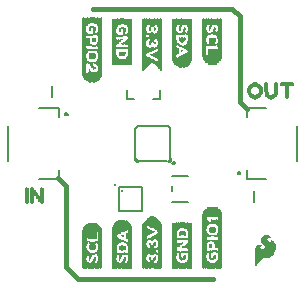
<source format=gto>
G04 EAGLE Gerber RS-274X export*
G75*
%MOMM*%
%FSLAX34Y34*%
%LPD*%
%INSilkscreen Top*%
%IPPOS*%
%AMOC8*
5,1,8,0,0,1.08239X$1,22.5*%
G01*
%ADD10C,0.406400*%
%ADD11C,0.203200*%
%ADD12R,0.040000X3.880000*%
%ADD13R,0.040000X0.840000*%
%ADD14R,0.040000X2.800000*%
%ADD15R,0.040000X0.760000*%
%ADD16R,0.040000X0.320000*%
%ADD17R,0.040000X0.480000*%
%ADD18R,0.040000X0.160000*%
%ADD19R,0.040000X0.680000*%
%ADD20R,0.040000X0.200000*%
%ADD21R,0.040000X0.400000*%
%ADD22R,0.040000X0.120000*%
%ADD23R,0.040000X0.640000*%
%ADD24R,0.040000X0.360000*%
%ADD25R,0.040000X0.560000*%
%ADD26R,0.040000X0.600000*%
%ADD27R,0.040000X0.520000*%
%ADD28R,0.040000X0.280000*%
%ADD29R,0.040000X0.240000*%
%ADD30R,0.040000X0.720000*%
%ADD31R,0.040000X0.440000*%
%ADD32R,0.040000X0.040000*%
%ADD33R,0.040000X0.080000*%
%ADD34R,0.040000X0.800000*%
%ADD35R,0.040000X3.520000*%
%ADD36R,0.040000X3.640000*%
%ADD37R,0.040000X3.720000*%
%ADD38R,0.040000X3.800000*%
%ADD39R,0.040000X3.840000*%
%ADD40R,0.040000X3.920000*%
%ADD41R,0.040000X3.040000*%
%ADD42R,0.040000X1.160000*%
%ADD43R,0.040000X1.120000*%
%ADD44R,0.040000X1.080000*%
%ADD45R,0.040000X1.040000*%
%ADD46R,0.040000X1.000000*%
%ADD47R,0.040000X0.960000*%
%ADD48R,0.040000X0.880000*%
%ADD49R,0.040000X3.280000*%
%ADD50R,0.040000X3.400000*%
%ADD51R,0.040000X3.480000*%
%ADD52R,0.040000X3.560000*%
%ADD53R,0.040000X3.600000*%
%ADD54R,0.040000X3.680000*%
%ADD55R,0.040000X1.800000*%
%ADD56R,0.040000X1.240000*%
%ADD57R,0.040000X1.280000*%
%ADD58R,0.040000X1.320000*%
%ADD59R,0.040000X0.920000*%
%ADD60C,0.020319*%
%ADD61C,0.177800*%
%ADD62R,0.040000X4.440000*%
%ADD63R,0.040000X4.400000*%
%ADD64R,0.040000X4.360000*%
%ADD65R,0.040000X4.320000*%
%ADD66R,0.040000X4.280000*%
%ADD67R,0.040000X4.240000*%
%ADD68R,0.040000X4.200000*%
%ADD69R,0.040000X2.000000*%
%ADD70R,0.040000X3.760000*%
%ADD71R,0.040000X3.960000*%
%ADD72R,0.040000X4.000000*%
%ADD73R,0.040000X4.040000*%
%ADD74R,0.040000X1.920000*%
%ADD75R,0.040000X4.640000*%
%ADD76R,0.040000X4.760000*%
%ADD77R,0.040000X4.840000*%
%ADD78R,0.040000X4.920000*%
%ADD79R,0.040000X4.960000*%
%ADD80R,0.040000X5.000000*%
%ADD81R,0.040000X5.040000*%
%ADD82R,0.040000X2.080000*%
%ADD83R,0.040000X1.720000*%
%ADD84R,0.040000X4.880000*%
%ADD85R,0.040000X5.080000*%
%ADD86R,0.040000X5.160000*%
%ADD87R,0.040000X5.200000*%
%ADD88R,0.040000X5.240000*%
%ADD89R,0.040000X5.280000*%
%ADD90R,0.050000X0.050000*%
%ADD91R,0.100000X0.050000*%
%ADD92R,0.300000X0.050000*%
%ADD93R,0.350000X0.050000*%
%ADD94R,0.400000X0.050000*%
%ADD95R,0.450000X0.050000*%
%ADD96R,0.500000X0.050000*%
%ADD97R,0.550000X0.050000*%
%ADD98R,0.600000X0.050000*%
%ADD99R,0.650000X0.050000*%
%ADD100R,0.700000X0.050000*%
%ADD101R,0.750000X0.050000*%
%ADD102R,0.350000X0.060000*%
%ADD103R,0.300000X0.060000*%
%ADD104R,0.700000X0.060000*%
%ADD105R,0.550000X0.060000*%
%ADD106R,0.250000X0.050000*%
%ADD107R,1.050000X0.050000*%
%ADD108R,1.250000X0.050000*%
%ADD109R,0.850000X0.050000*%
%ADD110R,0.950000X0.050000*%
%ADD111R,1.150000X0.050000*%
%ADD112R,0.450000X0.060000*%
%ADD113R,0.500000X0.060000*%
%ADD114R,0.400000X0.060000*%
%ADD115R,1.100000X0.050000*%
%ADD116R,1.000000X0.050000*%
%ADD117R,0.650000X0.060000*%
%ADD118R,0.150000X0.050000*%
%ADD119C,0.316225*%
%ADD120C,0.127000*%

G36*
X214059Y23551D02*
X214059Y23551D01*
X214121Y23553D01*
X214143Y23566D01*
X214169Y23570D01*
X214240Y23618D01*
X214273Y23636D01*
X214279Y23644D01*
X214289Y23651D01*
X214789Y24151D01*
X214808Y24182D01*
X214846Y24224D01*
X215122Y24684D01*
X215589Y25151D01*
X215597Y25164D01*
X215612Y25177D01*
X216101Y25763D01*
X217289Y26951D01*
X217296Y26962D01*
X217309Y26973D01*
X218499Y28362D01*
X219456Y29318D01*
X220354Y29857D01*
X220851Y29940D01*
X222720Y29940D01*
X222746Y29946D01*
X222783Y29945D01*
X223983Y30145D01*
X223998Y30152D01*
X224020Y30153D01*
X225120Y30453D01*
X225137Y30462D01*
X225161Y30467D01*
X226161Y30867D01*
X226183Y30882D01*
X226216Y30894D01*
X227216Y31494D01*
X227236Y31514D01*
X227270Y31534D01*
X228070Y32234D01*
X228077Y32243D01*
X228089Y32251D01*
X228889Y33051D01*
X228900Y33069D01*
X228920Y33087D01*
X229620Y33987D01*
X229631Y34010D01*
X229652Y34035D01*
X230652Y35835D01*
X230663Y35871D01*
X230688Y35923D01*
X231188Y37823D01*
X231189Y37855D01*
X231200Y37898D01*
X231300Y39598D01*
X231293Y39634D01*
X231294Y39690D01*
X230994Y41290D01*
X230985Y41311D01*
X230981Y41340D01*
X230481Y42840D01*
X230462Y42871D01*
X230441Y42924D01*
X229741Y44024D01*
X229722Y44043D01*
X229704Y44073D01*
X229479Y44326D01*
X229141Y44706D01*
X228904Y44973D01*
X228872Y44995D01*
X228822Y45042D01*
X228022Y45542D01*
X227992Y45553D01*
X227972Y45567D01*
X227937Y45573D01*
X227892Y45593D01*
X227875Y45593D01*
X227858Y45598D01*
X227826Y45594D01*
X227820Y45594D01*
X227812Y45592D01*
X227789Y45589D01*
X227719Y45587D01*
X227704Y45578D01*
X227686Y45576D01*
X227656Y45556D01*
X227651Y45555D01*
X227637Y45543D01*
X227628Y45537D01*
X227567Y45504D01*
X227557Y45489D01*
X227542Y45479D01*
X227526Y45451D01*
X227518Y45445D01*
X227504Y45414D01*
X227467Y45362D01*
X227464Y45343D01*
X227456Y45329D01*
X227454Y45303D01*
X227447Y45286D01*
X227448Y45261D01*
X227440Y45220D01*
X227440Y44382D01*
X227368Y44166D01*
X227308Y44045D01*
X227115Y43852D01*
X226958Y43800D01*
X226767Y43800D01*
X226053Y43979D01*
X225711Y44150D01*
X225440Y44331D01*
X225070Y44608D01*
X224516Y45162D01*
X224173Y45676D01*
X224100Y45967D01*
X224100Y46458D01*
X224172Y46674D01*
X224250Y46829D01*
X224400Y47055D01*
X224721Y47295D01*
X225044Y47457D01*
X225495Y47547D01*
X225502Y47551D01*
X225512Y47551D01*
X225867Y47640D01*
X226330Y47640D01*
X226450Y47580D01*
X226465Y47576D01*
X226478Y47567D01*
X226612Y47541D01*
X226619Y47540D01*
X226620Y47540D01*
X226720Y47540D01*
X226745Y47546D01*
X226771Y47543D01*
X226829Y47565D01*
X226889Y47579D01*
X226909Y47596D01*
X226933Y47605D01*
X226975Y47650D01*
X227022Y47689D01*
X227033Y47713D01*
X227050Y47732D01*
X227068Y47791D01*
X227093Y47848D01*
X227092Y47873D01*
X227100Y47898D01*
X227089Y47959D01*
X227087Y48021D01*
X227074Y48043D01*
X227070Y48069D01*
X227022Y48140D01*
X227004Y48173D01*
X226996Y48179D01*
X226989Y48189D01*
X226889Y48289D01*
X226869Y48301D01*
X226848Y48324D01*
X226448Y48624D01*
X226422Y48636D01*
X226390Y48660D01*
X224990Y49360D01*
X224978Y49363D01*
X224969Y49369D01*
X224940Y49375D01*
X224903Y49391D01*
X224003Y49591D01*
X223969Y49591D01*
X223920Y49600D01*
X222920Y49600D01*
X222892Y49594D01*
X222852Y49594D01*
X221752Y49394D01*
X221717Y49379D01*
X221660Y49361D01*
X221645Y49357D01*
X221642Y49355D01*
X221638Y49354D01*
X220538Y48754D01*
X220518Y48736D01*
X220487Y48720D01*
X219587Y48020D01*
X219567Y47996D01*
X219498Y47922D01*
X218998Y47122D01*
X218986Y47088D01*
X218959Y47040D01*
X218659Y46140D01*
X218656Y46103D01*
X218640Y46020D01*
X218640Y45220D01*
X218647Y45187D01*
X218649Y45138D01*
X218849Y44238D01*
X218866Y44202D01*
X218888Y44135D01*
X219388Y43235D01*
X219410Y43211D01*
X219434Y43170D01*
X220134Y42370D01*
X220135Y42369D01*
X220136Y42367D01*
X220936Y41467D01*
X220944Y41462D01*
X220951Y41451D01*
X221593Y40809D01*
X221840Y40151D01*
X221840Y39582D01*
X221681Y39105D01*
X221360Y38704D01*
X220864Y38373D01*
X220173Y38200D01*
X219458Y38200D01*
X219029Y38286D01*
X218634Y38444D01*
X218116Y38962D01*
X217965Y39189D01*
X217900Y39382D01*
X217900Y39658D01*
X217952Y39815D01*
X218425Y40288D01*
X218640Y40359D01*
X218660Y40372D01*
X218690Y40380D01*
X219090Y40580D01*
X219119Y40604D01*
X219189Y40651D01*
X219289Y40751D01*
X219302Y40772D01*
X219321Y40788D01*
X219347Y40845D01*
X219380Y40898D01*
X219383Y40923D01*
X219393Y40946D01*
X219391Y41009D01*
X219397Y41071D01*
X219388Y41094D01*
X219387Y41119D01*
X219357Y41174D01*
X219335Y41233D01*
X219317Y41250D01*
X219305Y41272D01*
X219235Y41326D01*
X219208Y41350D01*
X219199Y41353D01*
X219190Y41360D01*
X218790Y41560D01*
X218775Y41564D01*
X218762Y41573D01*
X218628Y41599D01*
X218622Y41600D01*
X218621Y41600D01*
X218620Y41600D01*
X217420Y41600D01*
X217394Y41594D01*
X217358Y41595D01*
X216758Y41495D01*
X216752Y41493D01*
X216745Y41493D01*
X216245Y41393D01*
X216219Y41381D01*
X216179Y41373D01*
X215679Y41173D01*
X215648Y41151D01*
X215592Y41124D01*
X215192Y40824D01*
X215188Y40820D01*
X215182Y40817D01*
X214682Y40417D01*
X214665Y40394D01*
X214594Y40316D01*
X213994Y39316D01*
X213982Y39280D01*
X213954Y39224D01*
X213754Y38524D01*
X213753Y38499D01*
X213743Y38467D01*
X213643Y37667D01*
X213645Y37646D01*
X213640Y37620D01*
X213640Y23920D01*
X213646Y23895D01*
X213643Y23869D01*
X213665Y23812D01*
X213679Y23751D01*
X213696Y23731D01*
X213705Y23707D01*
X213750Y23665D01*
X213789Y23618D01*
X213813Y23607D01*
X213832Y23590D01*
X213891Y23572D01*
X213948Y23547D01*
X213973Y23548D01*
X213998Y23540D01*
X214059Y23551D01*
G37*
D10*
X46990Y97790D02*
X53340Y91440D01*
X53340Y22860D01*
X63500Y12700D01*
X177800Y12700D01*
X207010Y156210D02*
X200660Y162560D01*
X200660Y234950D01*
X194310Y241300D01*
X76200Y241300D01*
D11*
X4800Y142000D02*
X4800Y112000D01*
X30800Y157000D02*
X47300Y157000D01*
X47300Y104500D02*
X47300Y97000D01*
X30800Y97000D01*
X47300Y149500D02*
X47300Y157000D01*
X52784Y152000D02*
X52786Y152063D01*
X52792Y152126D01*
X52802Y152189D01*
X52815Y152250D01*
X52833Y152311D01*
X52854Y152370D01*
X52879Y152429D01*
X52907Y152485D01*
X52939Y152540D01*
X52974Y152592D01*
X53013Y152642D01*
X53054Y152690D01*
X53099Y152735D01*
X53146Y152777D01*
X53195Y152816D01*
X53247Y152852D01*
X53301Y152885D01*
X53357Y152914D01*
X53415Y152940D01*
X53474Y152962D01*
X53534Y152981D01*
X53596Y152995D01*
X53658Y153006D01*
X53721Y153013D01*
X53784Y153016D01*
X53847Y153015D01*
X53910Y153010D01*
X53973Y153001D01*
X54035Y152988D01*
X54096Y152972D01*
X54156Y152952D01*
X54214Y152928D01*
X54271Y152900D01*
X54326Y152869D01*
X54379Y152835D01*
X54430Y152797D01*
X54478Y152756D01*
X54524Y152713D01*
X54567Y152666D01*
X54607Y152617D01*
X54644Y152566D01*
X54677Y152513D01*
X54707Y152457D01*
X54734Y152400D01*
X54757Y152341D01*
X54776Y152281D01*
X54792Y152219D01*
X54804Y152157D01*
X54812Y152095D01*
X54816Y152032D01*
X54816Y151968D01*
X54812Y151905D01*
X54804Y151843D01*
X54792Y151781D01*
X54776Y151719D01*
X54757Y151659D01*
X54734Y151600D01*
X54707Y151543D01*
X54677Y151487D01*
X54644Y151434D01*
X54607Y151383D01*
X54567Y151334D01*
X54524Y151287D01*
X54478Y151244D01*
X54430Y151203D01*
X54379Y151165D01*
X54326Y151131D01*
X54271Y151100D01*
X54214Y151072D01*
X54156Y151048D01*
X54096Y151028D01*
X54035Y151012D01*
X53973Y150999D01*
X53910Y150990D01*
X53847Y150985D01*
X53784Y150984D01*
X53721Y150987D01*
X53658Y150994D01*
X53596Y151005D01*
X53534Y151019D01*
X53474Y151038D01*
X53415Y151060D01*
X53357Y151086D01*
X53301Y151115D01*
X53247Y151148D01*
X53195Y151184D01*
X53146Y151223D01*
X53099Y151265D01*
X53054Y151310D01*
X53013Y151358D01*
X52974Y151408D01*
X52939Y151460D01*
X52907Y151515D01*
X52879Y151571D01*
X52854Y151630D01*
X52833Y151689D01*
X52815Y151750D01*
X52802Y151811D01*
X52792Y151874D01*
X52786Y151937D01*
X52784Y152000D01*
X249200Y142000D02*
X249200Y112000D01*
X223200Y97000D02*
X206700Y97000D01*
X206700Y149500D02*
X206700Y157000D01*
X223200Y157000D01*
X206700Y104500D02*
X206700Y97000D01*
X199184Y102000D02*
X199186Y102063D01*
X199192Y102126D01*
X199202Y102189D01*
X199215Y102250D01*
X199233Y102311D01*
X199254Y102370D01*
X199279Y102429D01*
X199307Y102485D01*
X199339Y102540D01*
X199374Y102592D01*
X199413Y102642D01*
X199454Y102690D01*
X199499Y102735D01*
X199546Y102777D01*
X199595Y102816D01*
X199647Y102852D01*
X199701Y102885D01*
X199757Y102914D01*
X199815Y102940D01*
X199874Y102962D01*
X199934Y102981D01*
X199996Y102995D01*
X200058Y103006D01*
X200121Y103013D01*
X200184Y103016D01*
X200247Y103015D01*
X200310Y103010D01*
X200373Y103001D01*
X200435Y102988D01*
X200496Y102972D01*
X200556Y102952D01*
X200614Y102928D01*
X200671Y102900D01*
X200726Y102869D01*
X200779Y102835D01*
X200830Y102797D01*
X200878Y102756D01*
X200924Y102713D01*
X200967Y102666D01*
X201007Y102617D01*
X201044Y102566D01*
X201077Y102513D01*
X201107Y102457D01*
X201134Y102400D01*
X201157Y102341D01*
X201176Y102281D01*
X201192Y102219D01*
X201204Y102157D01*
X201212Y102095D01*
X201216Y102032D01*
X201216Y101968D01*
X201212Y101905D01*
X201204Y101843D01*
X201192Y101781D01*
X201176Y101719D01*
X201157Y101659D01*
X201134Y101600D01*
X201107Y101543D01*
X201077Y101487D01*
X201044Y101434D01*
X201007Y101383D01*
X200967Y101334D01*
X200924Y101287D01*
X200878Y101244D01*
X200830Y101203D01*
X200779Y101165D01*
X200726Y101131D01*
X200671Y101100D01*
X200614Y101072D01*
X200556Y101048D01*
X200496Y101028D01*
X200435Y101012D01*
X200373Y100999D01*
X200310Y100990D01*
X200247Y100985D01*
X200184Y100984D01*
X200121Y100987D01*
X200058Y100994D01*
X199996Y101005D01*
X199934Y101019D01*
X199874Y101038D01*
X199815Y101060D01*
X199757Y101086D01*
X199701Y101115D01*
X199647Y101148D01*
X199595Y101184D01*
X199546Y101223D01*
X199499Y101265D01*
X199454Y101310D01*
X199413Y101358D01*
X199374Y101408D01*
X199339Y101460D01*
X199307Y101515D01*
X199279Y101571D01*
X199254Y101630D01*
X199233Y101689D01*
X199215Y101750D01*
X199202Y101811D01*
X199192Y101874D01*
X199186Y101937D01*
X199184Y102000D01*
D12*
X109600Y213290D03*
X109200Y213290D03*
X108800Y213290D03*
X108400Y213290D03*
X108000Y213290D03*
X107600Y213290D03*
X107200Y213290D03*
D13*
X106800Y228490D03*
D14*
X106800Y207890D03*
D15*
X106400Y228890D03*
D16*
X106400Y219090D03*
D17*
X106400Y213090D03*
D18*
X106400Y207890D03*
D15*
X106400Y197690D03*
D19*
X106000Y229290D03*
D20*
X106000Y218890D03*
D21*
X106000Y213090D03*
D22*
X106000Y208090D03*
D19*
X106000Y197290D03*
D23*
X105600Y229490D03*
D18*
X105600Y218690D03*
D24*
X105600Y212890D03*
D22*
X105600Y208090D03*
D23*
X105600Y197090D03*
D25*
X105200Y229890D03*
D18*
X105200Y218690D03*
D24*
X105200Y212890D03*
D22*
X105200Y208090D03*
D26*
X105200Y196890D03*
D25*
X104800Y229890D03*
D18*
X104800Y218690D03*
D16*
X104800Y212690D03*
D22*
X104800Y208090D03*
D25*
X104800Y196690D03*
D27*
X104400Y230090D03*
D18*
X104400Y218690D03*
D28*
X104400Y212490D03*
D22*
X104400Y208090D03*
D27*
X104400Y196490D03*
D17*
X104000Y230290D03*
D28*
X104000Y222890D03*
D20*
X104000Y218890D03*
D29*
X104000Y212290D03*
D22*
X104000Y208090D03*
D29*
X104000Y203490D03*
D17*
X104000Y196290D03*
X103600Y230290D03*
D30*
X103600Y221490D03*
D29*
X103600Y212290D03*
D22*
X103600Y208090D03*
D28*
X103600Y203290D03*
D17*
X103600Y196290D03*
X103200Y230290D03*
D15*
X103200Y221690D03*
D20*
X103200Y212090D03*
D22*
X103200Y208090D03*
D16*
X103200Y203090D03*
D31*
X103200Y196090D03*
X102800Y230490D03*
D15*
X102800Y221690D03*
D18*
X102800Y211890D03*
D22*
X102800Y208090D03*
D24*
X102800Y202890D03*
D31*
X102800Y196090D03*
X102400Y230490D03*
D28*
X102400Y224490D03*
D18*
X102400Y218690D03*
D22*
X102400Y211690D03*
X102400Y208090D03*
D21*
X102400Y202690D03*
D31*
X102400Y196090D03*
X102000Y230490D03*
D29*
X102000Y224690D03*
D22*
X102000Y218490D03*
X102000Y211690D03*
X102000Y208090D03*
D21*
X102000Y202690D03*
D31*
X102000Y196090D03*
X101600Y230490D03*
D29*
X101600Y224690D03*
D22*
X101600Y218490D03*
D32*
X101600Y214890D03*
D33*
X101600Y211490D03*
D22*
X101600Y208090D03*
D21*
X101600Y202690D03*
D31*
X101600Y196090D03*
X101200Y230490D03*
D29*
X101200Y224690D03*
D22*
X101200Y218490D03*
D33*
X101200Y214690D03*
D32*
X101200Y211290D03*
D22*
X101200Y208090D03*
D21*
X101200Y202690D03*
D31*
X101200Y196090D03*
X100800Y230490D03*
D29*
X100800Y224690D03*
D22*
X100800Y218490D03*
D33*
X100800Y214690D03*
D22*
X100800Y208090D03*
D21*
X100800Y202690D03*
D31*
X100800Y196090D03*
X100400Y230490D03*
D21*
X100400Y223490D03*
D22*
X100400Y218490D03*
X100400Y214490D03*
X100400Y208090D03*
D24*
X100400Y202890D03*
D31*
X100400Y196090D03*
D17*
X100000Y230290D03*
D21*
X100000Y223490D03*
D22*
X100000Y218490D03*
D18*
X100000Y214290D03*
D22*
X100000Y208090D03*
D24*
X100000Y202890D03*
D31*
X100000Y196090D03*
D17*
X99600Y230290D03*
D24*
X99600Y223290D03*
D22*
X99600Y218490D03*
D20*
X99600Y214090D03*
D22*
X99600Y208090D03*
D16*
X99600Y203090D03*
D17*
X99600Y196290D03*
X99200Y230290D03*
D16*
X99200Y223090D03*
D22*
X99200Y218490D03*
D20*
X99200Y214090D03*
D22*
X99200Y208090D03*
D28*
X99200Y203290D03*
D17*
X99200Y196290D03*
D27*
X98800Y230090D03*
D20*
X98800Y222890D03*
D22*
X98800Y218490D03*
D29*
X98800Y213890D03*
D22*
X98800Y208090D03*
D18*
X98800Y203890D03*
D27*
X98800Y196490D03*
X98400Y230090D03*
D22*
X98400Y218490D03*
D28*
X98400Y213690D03*
D22*
X98400Y208090D03*
D27*
X98400Y196490D03*
D25*
X98000Y229890D03*
D22*
X98000Y218490D03*
D16*
X98000Y213490D03*
D22*
X98000Y208090D03*
D25*
X98000Y196690D03*
D26*
X97600Y229690D03*
D22*
X97600Y218490D03*
D16*
X97600Y213490D03*
D22*
X97600Y208090D03*
D26*
X97600Y196890D03*
D23*
X97200Y229490D03*
D18*
X97200Y218690D03*
D24*
X97200Y213290D03*
D22*
X97200Y208090D03*
D23*
X97200Y197090D03*
D30*
X96800Y229090D03*
D29*
X96800Y218690D03*
D31*
X96800Y213290D03*
D18*
X96800Y207890D03*
D30*
X96800Y197490D03*
D34*
X96400Y228690D03*
D16*
X96400Y219090D03*
D17*
X96400Y213090D03*
D20*
X96400Y208090D03*
D13*
X96400Y198090D03*
D12*
X96000Y213290D03*
X95600Y213290D03*
X95200Y213290D03*
X94800Y213290D03*
X94400Y213290D03*
X94000Y213290D03*
X93600Y213290D03*
D35*
X160400Y215090D03*
D36*
X160000Y214490D03*
D37*
X159600Y214090D03*
D38*
X159200Y213690D03*
D39*
X158800Y213490D03*
D12*
X158400Y213290D03*
D40*
X158000Y213090D03*
D30*
X157600Y229090D03*
D41*
X157600Y208290D03*
D23*
X157200Y229490D03*
D28*
X157200Y220890D03*
D34*
X157200Y209890D03*
D42*
X157200Y198490D03*
D25*
X156800Y229890D03*
D20*
X156800Y220490D03*
D19*
X156800Y209690D03*
D43*
X156800Y198290D03*
D27*
X156400Y230090D03*
D18*
X156400Y220290D03*
D25*
X156400Y209490D03*
D42*
X156400Y198090D03*
D27*
X156000Y230090D03*
D18*
X156000Y220290D03*
D27*
X156000Y209290D03*
D43*
X156000Y197890D03*
D17*
X155600Y230290D03*
D18*
X155600Y220290D03*
D31*
X155600Y209290D03*
D42*
X155600Y197690D03*
D17*
X155200Y230290D03*
D18*
X155200Y224290D03*
D20*
X155200Y220490D03*
D21*
X155200Y209090D03*
D43*
X155200Y197490D03*
D17*
X154800Y230290D03*
D29*
X154800Y224290D03*
X154800Y220690D03*
X154800Y215890D03*
D21*
X154800Y209090D03*
D43*
X154800Y197490D03*
D17*
X154400Y230290D03*
D26*
X154400Y222490D03*
D16*
X154400Y215490D03*
X154400Y209090D03*
D42*
X154400Y197290D03*
D17*
X154000Y230290D03*
D25*
X154000Y222290D03*
D24*
X154000Y215290D03*
D16*
X154000Y209090D03*
D43*
X154000Y197090D03*
D17*
X153600Y230290D03*
X153600Y221890D03*
D21*
X153600Y215090D03*
D29*
X153600Y209090D03*
D43*
X153600Y197090D03*
D27*
X153200Y230090D03*
D16*
X153200Y221090D03*
D21*
X153200Y215090D03*
D29*
X153200Y209090D03*
D44*
X153200Y196890D03*
D27*
X152800Y230090D03*
D20*
X152800Y220490D03*
D31*
X152800Y214890D03*
D20*
X152800Y209290D03*
D33*
X152800Y205090D03*
D44*
X152800Y196890D03*
D25*
X152400Y229890D03*
D18*
X152400Y220290D03*
D31*
X152400Y214890D03*
D20*
X152400Y209290D03*
D33*
X152400Y205090D03*
D45*
X152400Y196690D03*
D26*
X152000Y229690D03*
D22*
X152000Y220090D03*
D31*
X152000Y214890D03*
D18*
X152000Y209490D03*
D22*
X152000Y205290D03*
D45*
X152000Y196690D03*
D30*
X151600Y229090D03*
D22*
X151600Y220090D03*
D21*
X151600Y215090D03*
D18*
X151600Y209490D03*
X151600Y205090D03*
D46*
X151600Y196490D03*
D13*
X151200Y228490D03*
D22*
X151200Y220090D03*
D21*
X151200Y215090D03*
D22*
X151200Y209690D03*
D46*
X151200Y196490D03*
D47*
X150800Y227890D03*
D22*
X150800Y220090D03*
D21*
X150800Y215090D03*
D18*
X150800Y209890D03*
D47*
X150800Y196290D03*
D27*
X150400Y230090D03*
D16*
X150400Y224690D03*
D33*
X150400Y219890D03*
D24*
X150400Y215290D03*
D22*
X150400Y210090D03*
D47*
X150400Y196290D03*
D17*
X150000Y230290D03*
D28*
X150000Y224490D03*
D22*
X150000Y220090D03*
D16*
X150000Y215490D03*
D22*
X150000Y210090D03*
D48*
X150000Y196290D03*
D17*
X149600Y230290D03*
D29*
X149600Y224290D03*
D22*
X149600Y220090D03*
D18*
X149600Y215890D03*
D22*
X149600Y210490D03*
D48*
X149600Y196290D03*
D17*
X149200Y230290D03*
D22*
X149200Y220090D03*
D18*
X149200Y210690D03*
D21*
X149200Y205090D03*
D13*
X149200Y196090D03*
D17*
X148800Y230290D03*
D22*
X148800Y220090D03*
D18*
X148800Y211090D03*
D31*
X148800Y205290D03*
D34*
X148800Y196290D03*
D27*
X148400Y230090D03*
D18*
X148400Y220290D03*
X148400Y211090D03*
D17*
X148400Y205090D03*
D15*
X148400Y196090D03*
D27*
X148000Y230090D03*
D20*
X148000Y220490D03*
D29*
X148000Y211490D03*
D27*
X148000Y205290D03*
D30*
X148000Y196290D03*
D26*
X147600Y229690D03*
D29*
X147600Y220690D03*
D28*
X147600Y211690D03*
D25*
X147600Y205090D03*
D30*
X147600Y196290D03*
D19*
X147200Y229290D03*
D24*
X147200Y220890D03*
D31*
X147200Y212090D03*
D26*
X147200Y205290D03*
D15*
X147200Y196890D03*
D40*
X146800Y213090D03*
D12*
X146400Y213290D03*
D39*
X146000Y213490D03*
D38*
X145600Y213690D03*
D37*
X145200Y214090D03*
D36*
X144800Y214490D03*
D35*
X144400Y215090D03*
D49*
X185800Y216290D03*
D50*
X185400Y215690D03*
D51*
X185000Y215290D03*
D52*
X184600Y214890D03*
D53*
X184200Y214690D03*
D36*
X183800Y214490D03*
D54*
X183400Y214290D03*
D30*
X183000Y229090D03*
D13*
X183000Y219290D03*
D55*
X183000Y204490D03*
D26*
X182600Y229690D03*
X182600Y219290D03*
D28*
X182600Y210890D03*
D56*
X182600Y201290D03*
D25*
X182200Y229890D03*
D31*
X182200Y219290D03*
D18*
X182200Y210690D03*
D56*
X182200Y201290D03*
D27*
X181800Y230090D03*
D16*
X181800Y219490D03*
D22*
X181800Y210490D03*
D56*
X181800Y200890D03*
D27*
X181400Y230090D03*
D28*
X181400Y219690D03*
D33*
X181400Y210290D03*
D56*
X181400Y200890D03*
D17*
X181000Y230290D03*
D28*
X181000Y220090D03*
D33*
X181000Y210290D03*
D57*
X181000Y200690D03*
D17*
X180600Y230290D03*
D18*
X180600Y224290D03*
D29*
X180600Y220290D03*
D22*
X180600Y210490D03*
D57*
X180600Y200690D03*
D17*
X180200Y230290D03*
D29*
X180200Y224290D03*
D28*
X180200Y220490D03*
X180200Y214490D03*
D18*
X180200Y210690D03*
D57*
X180200Y200690D03*
D17*
X179800Y230290D03*
D26*
X179800Y222490D03*
D21*
X179800Y214290D03*
D20*
X179800Y210890D03*
D58*
X179800Y200490D03*
D17*
X179400Y230290D03*
D25*
X179400Y222290D03*
D19*
X179400Y213290D03*
D58*
X179400Y200490D03*
D17*
X179000Y230290D03*
X179000Y221890D03*
D30*
X179000Y213490D03*
D58*
X179000Y200490D03*
D17*
X178600Y230290D03*
D28*
X178600Y221290D03*
D30*
X178600Y213490D03*
D58*
X178600Y200490D03*
D27*
X178200Y230090D03*
D20*
X178200Y220890D03*
D30*
X178200Y213490D03*
D58*
X178200Y200490D03*
D25*
X177800Y229890D03*
D22*
X177800Y220490D03*
D30*
X177800Y213490D03*
D58*
X177800Y200490D03*
D26*
X177400Y229690D03*
D22*
X177400Y220490D03*
D30*
X177400Y213490D03*
D58*
X177400Y200490D03*
D19*
X177000Y229290D03*
D33*
X177000Y220290D03*
D30*
X177000Y213490D03*
D58*
X177000Y200490D03*
D13*
X176600Y228490D03*
D22*
X176600Y220090D03*
D30*
X176600Y213490D03*
D58*
X176600Y200490D03*
D59*
X176200Y228090D03*
D22*
X176200Y220090D03*
D30*
X176200Y213490D03*
D58*
X176200Y200490D03*
D27*
X175800Y230090D03*
D16*
X175800Y224690D03*
D22*
X175800Y220090D03*
D19*
X175800Y213290D03*
D58*
X175800Y200490D03*
D17*
X175400Y230290D03*
D28*
X175400Y224490D03*
D18*
X175400Y219890D03*
D24*
X175400Y214490D03*
D18*
X175400Y210690D03*
D57*
X175400Y200690D03*
D17*
X175000Y230290D03*
D29*
X175000Y224290D03*
D18*
X175000Y219890D03*
D20*
X175000Y214490D03*
D22*
X175000Y210490D03*
D57*
X175000Y200690D03*
D31*
X174600Y230490D03*
D20*
X174600Y219690D03*
D22*
X174600Y210490D03*
D57*
X174600Y200690D03*
D17*
X174200Y230290D03*
D20*
X174200Y219690D03*
D33*
X174200Y210290D03*
D15*
X174200Y198490D03*
D17*
X173800Y230290D03*
D28*
X173800Y219690D03*
D33*
X173800Y210290D03*
D15*
X173800Y198490D03*
D27*
X173400Y230090D03*
D21*
X173400Y219490D03*
D22*
X173400Y210490D03*
D30*
X173400Y198690D03*
D26*
X173000Y229690D03*
D17*
X173000Y219490D03*
D29*
X173000Y210690D03*
D30*
X173000Y198690D03*
D23*
X172600Y229490D03*
X172600Y219490D03*
D16*
X172600Y211090D03*
D30*
X172600Y199090D03*
D54*
X172200Y214290D03*
D36*
X171800Y214490D03*
D53*
X171400Y214690D03*
D52*
X171000Y214890D03*
D51*
X170600Y215290D03*
D50*
X170200Y215690D03*
D49*
X169800Y216290D03*
D11*
X41275Y176213D02*
X41275Y166688D01*
D60*
X111287Y114599D02*
X113118Y114599D01*
X113117Y114599D02*
X113124Y114520D01*
X113135Y114442D01*
X113150Y114364D01*
X113169Y114288D01*
X113191Y114212D01*
X113217Y114138D01*
X113247Y114065D01*
X113280Y113993D01*
X113317Y113923D01*
X113358Y113856D01*
X113401Y113790D01*
X113448Y113726D01*
X113498Y113665D01*
X113551Y113607D01*
X113607Y113551D01*
X113665Y113498D01*
X113726Y113448D01*
X113790Y113401D01*
X113856Y113358D01*
X113923Y113317D01*
X113993Y113280D01*
X114065Y113247D01*
X114138Y113217D01*
X114212Y113191D01*
X114288Y113169D01*
X114364Y113150D01*
X114442Y113135D01*
X114520Y113124D01*
X114599Y113117D01*
X114599Y111287D01*
X114484Y111292D01*
X114370Y111301D01*
X114256Y111314D01*
X114142Y111331D01*
X114029Y111351D01*
X113917Y111376D01*
X113806Y111404D01*
X113696Y111436D01*
X113587Y111471D01*
X113479Y111511D01*
X113373Y111553D01*
X113268Y111600D01*
X113165Y111650D01*
X113063Y111703D01*
X112963Y111760D01*
X112866Y111820D01*
X112770Y111883D01*
X112676Y111949D01*
X112585Y112019D01*
X112496Y112091D01*
X112410Y112167D01*
X112326Y112245D01*
X112245Y112326D01*
X112167Y112410D01*
X112091Y112496D01*
X112019Y112585D01*
X111949Y112676D01*
X111883Y112770D01*
X111820Y112866D01*
X111760Y112963D01*
X111703Y113063D01*
X111650Y113165D01*
X111600Y113268D01*
X111553Y113373D01*
X111511Y113479D01*
X111471Y113587D01*
X111436Y113696D01*
X111404Y113806D01*
X111376Y113917D01*
X111351Y114029D01*
X111331Y114142D01*
X111314Y114256D01*
X111301Y114370D01*
X111292Y114484D01*
X111287Y114599D01*
X111479Y114599D01*
X111484Y114486D01*
X111494Y114373D01*
X111507Y114261D01*
X111524Y114149D01*
X111546Y114038D01*
X111571Y113928D01*
X111600Y113819D01*
X111633Y113711D01*
X111669Y113604D01*
X111709Y113498D01*
X111753Y113394D01*
X111801Y113292D01*
X111852Y113191D01*
X111907Y113092D01*
X111965Y112995D01*
X112026Y112900D01*
X112091Y112807D01*
X112159Y112717D01*
X112230Y112629D01*
X112304Y112544D01*
X112381Y112461D01*
X112461Y112381D01*
X112544Y112304D01*
X112629Y112230D01*
X112717Y112159D01*
X112807Y112091D01*
X112900Y112026D01*
X112995Y111965D01*
X113092Y111907D01*
X113191Y111852D01*
X113292Y111801D01*
X113394Y111753D01*
X113498Y111709D01*
X113604Y111669D01*
X113711Y111633D01*
X113819Y111600D01*
X113928Y111571D01*
X114038Y111546D01*
X114149Y111524D01*
X114261Y111507D01*
X114373Y111494D01*
X114486Y111484D01*
X114599Y111479D01*
X114599Y111671D01*
X114490Y111676D01*
X114382Y111686D01*
X114274Y111699D01*
X114167Y111716D01*
X114061Y111737D01*
X113955Y111762D01*
X113850Y111791D01*
X113747Y111823D01*
X113644Y111859D01*
X113543Y111898D01*
X113444Y111942D01*
X113346Y111988D01*
X113250Y112039D01*
X113155Y112092D01*
X113063Y112149D01*
X112973Y112209D01*
X112885Y112273D01*
X112799Y112339D01*
X112716Y112409D01*
X112635Y112481D01*
X112557Y112557D01*
X112481Y112635D01*
X112409Y112716D01*
X112339Y112799D01*
X112273Y112885D01*
X112209Y112973D01*
X112149Y113063D01*
X112092Y113155D01*
X112039Y113250D01*
X111988Y113346D01*
X111942Y113444D01*
X111898Y113543D01*
X111859Y113644D01*
X111823Y113747D01*
X111791Y113850D01*
X111762Y113955D01*
X111737Y114061D01*
X111716Y114167D01*
X111699Y114274D01*
X111686Y114382D01*
X111676Y114490D01*
X111671Y114599D01*
X111863Y114599D01*
X111868Y114495D01*
X111878Y114391D01*
X111891Y114289D01*
X111908Y114186D01*
X111929Y114084D01*
X111953Y113983D01*
X111981Y113883D01*
X112013Y113785D01*
X112048Y113687D01*
X112087Y113591D01*
X112129Y113496D01*
X112175Y113403D01*
X112224Y113311D01*
X112276Y113222D01*
X112332Y113134D01*
X112391Y113048D01*
X112453Y112965D01*
X112518Y112884D01*
X112585Y112806D01*
X112656Y112730D01*
X112730Y112656D01*
X112806Y112585D01*
X112884Y112518D01*
X112965Y112453D01*
X113048Y112391D01*
X113134Y112332D01*
X113222Y112276D01*
X113311Y112224D01*
X113403Y112175D01*
X113496Y112129D01*
X113591Y112087D01*
X113687Y112048D01*
X113785Y112013D01*
X113883Y111981D01*
X113983Y111953D01*
X114084Y111929D01*
X114186Y111908D01*
X114289Y111891D01*
X114391Y111878D01*
X114495Y111868D01*
X114599Y111863D01*
X114599Y112055D01*
X114497Y112061D01*
X114396Y112070D01*
X114296Y112084D01*
X114196Y112101D01*
X114097Y112123D01*
X113999Y112148D01*
X113901Y112176D01*
X113805Y112209D01*
X113710Y112245D01*
X113617Y112285D01*
X113525Y112328D01*
X113435Y112375D01*
X113347Y112425D01*
X113261Y112478D01*
X113177Y112535D01*
X113095Y112595D01*
X113016Y112658D01*
X112939Y112724D01*
X112864Y112793D01*
X112793Y112864D01*
X112724Y112939D01*
X112658Y113016D01*
X112595Y113095D01*
X112535Y113177D01*
X112478Y113261D01*
X112425Y113347D01*
X112375Y113435D01*
X112328Y113525D01*
X112285Y113617D01*
X112245Y113710D01*
X112209Y113805D01*
X112176Y113901D01*
X112148Y113999D01*
X112123Y114097D01*
X112101Y114196D01*
X112084Y114296D01*
X112070Y114396D01*
X112061Y114497D01*
X112055Y114599D01*
X112247Y114599D01*
X112253Y114500D01*
X112263Y114402D01*
X112277Y114304D01*
X112295Y114207D01*
X112317Y114111D01*
X112342Y114015D01*
X112372Y113921D01*
X112405Y113828D01*
X112442Y113736D01*
X112483Y113646D01*
X112527Y113558D01*
X112574Y113472D01*
X112625Y113387D01*
X112680Y113305D01*
X112738Y113225D01*
X112799Y113147D01*
X112863Y113072D01*
X112929Y112999D01*
X112999Y112929D01*
X113072Y112863D01*
X113147Y112799D01*
X113225Y112738D01*
X113305Y112680D01*
X113387Y112625D01*
X113472Y112574D01*
X113558Y112527D01*
X113646Y112483D01*
X113736Y112442D01*
X113828Y112405D01*
X113921Y112372D01*
X114015Y112342D01*
X114111Y112317D01*
X114207Y112295D01*
X114304Y112277D01*
X114402Y112263D01*
X114500Y112253D01*
X114599Y112247D01*
X114599Y112439D01*
X114506Y112445D01*
X114413Y112455D01*
X114321Y112469D01*
X114230Y112486D01*
X114139Y112508D01*
X114049Y112533D01*
X113961Y112561D01*
X113873Y112593D01*
X113787Y112629D01*
X113703Y112668D01*
X113620Y112711D01*
X113539Y112757D01*
X113460Y112807D01*
X113384Y112859D01*
X113309Y112915D01*
X113237Y112974D01*
X113167Y113035D01*
X113100Y113100D01*
X113035Y113167D01*
X112974Y113237D01*
X112915Y113309D01*
X112859Y113384D01*
X112807Y113460D01*
X112757Y113539D01*
X112711Y113620D01*
X112668Y113703D01*
X112629Y113787D01*
X112593Y113873D01*
X112561Y113961D01*
X112533Y114049D01*
X112508Y114139D01*
X112486Y114230D01*
X112469Y114321D01*
X112455Y114413D01*
X112445Y114506D01*
X112439Y114599D01*
X112631Y114599D01*
X112638Y114509D01*
X112648Y114420D01*
X112662Y114331D01*
X112680Y114243D01*
X112702Y114156D01*
X112727Y114070D01*
X112756Y113986D01*
X112789Y113902D01*
X112825Y113820D01*
X112865Y113740D01*
X112908Y113661D01*
X112955Y113584D01*
X113005Y113510D01*
X113058Y113438D01*
X113114Y113368D01*
X113174Y113300D01*
X113236Y113236D01*
X113300Y113174D01*
X113368Y113114D01*
X113438Y113058D01*
X113510Y113005D01*
X113584Y112955D01*
X113661Y112908D01*
X113740Y112865D01*
X113820Y112825D01*
X113902Y112789D01*
X113986Y112756D01*
X114070Y112727D01*
X114156Y112702D01*
X114243Y112680D01*
X114331Y112662D01*
X114420Y112648D01*
X114509Y112638D01*
X114599Y112631D01*
X114599Y112824D01*
X114513Y112830D01*
X114428Y112841D01*
X114343Y112855D01*
X114259Y112873D01*
X114176Y112896D01*
X114094Y112921D01*
X114014Y112951D01*
X113934Y112984D01*
X113857Y113021D01*
X113781Y113061D01*
X113707Y113105D01*
X113635Y113152D01*
X113565Y113202D01*
X113498Y113256D01*
X113433Y113312D01*
X113371Y113371D01*
X113312Y113433D01*
X113256Y113498D01*
X113202Y113565D01*
X113152Y113635D01*
X113105Y113707D01*
X113061Y113781D01*
X113021Y113857D01*
X112984Y113934D01*
X112951Y114014D01*
X112921Y114094D01*
X112896Y114176D01*
X112873Y114259D01*
X112855Y114343D01*
X112841Y114428D01*
X112830Y114513D01*
X112824Y114599D01*
X113016Y114599D01*
X113023Y114520D01*
X113033Y114442D01*
X113047Y114364D01*
X113064Y114287D01*
X113085Y114211D01*
X113110Y114136D01*
X113138Y114062D01*
X113170Y113990D01*
X113205Y113919D01*
X113243Y113850D01*
X113284Y113783D01*
X113329Y113718D01*
X113376Y113654D01*
X113426Y113594D01*
X113480Y113535D01*
X113535Y113480D01*
X113594Y113426D01*
X113654Y113376D01*
X113718Y113329D01*
X113783Y113284D01*
X113850Y113243D01*
X113919Y113205D01*
X113990Y113170D01*
X114062Y113138D01*
X114136Y113110D01*
X114211Y113085D01*
X114287Y113064D01*
X114364Y113047D01*
X114442Y113033D01*
X114520Y113023D01*
X114599Y113016D01*
D11*
X112200Y139300D02*
X112202Y139398D01*
X112208Y139496D01*
X112217Y139594D01*
X112231Y139691D01*
X112248Y139788D01*
X112269Y139884D01*
X112294Y139979D01*
X112322Y140073D01*
X112355Y140165D01*
X112390Y140257D01*
X112430Y140347D01*
X112472Y140435D01*
X112519Y140522D01*
X112568Y140606D01*
X112621Y140689D01*
X112677Y140769D01*
X112737Y140848D01*
X112799Y140924D01*
X112864Y140997D01*
X112932Y141068D01*
X113003Y141136D01*
X113076Y141201D01*
X113152Y141263D01*
X113231Y141323D01*
X113311Y141379D01*
X113394Y141432D01*
X113478Y141481D01*
X113565Y141528D01*
X113653Y141570D01*
X113743Y141610D01*
X113835Y141645D01*
X113927Y141678D01*
X114021Y141706D01*
X114116Y141731D01*
X114212Y141752D01*
X114309Y141769D01*
X114406Y141783D01*
X114504Y141792D01*
X114602Y141798D01*
X114700Y141800D01*
X139400Y141800D02*
X139498Y141798D01*
X139596Y141792D01*
X139694Y141783D01*
X139791Y141769D01*
X139888Y141752D01*
X139984Y141731D01*
X140079Y141706D01*
X140173Y141678D01*
X140265Y141645D01*
X140357Y141610D01*
X140447Y141570D01*
X140535Y141528D01*
X140622Y141481D01*
X140706Y141432D01*
X140789Y141379D01*
X140869Y141323D01*
X140948Y141263D01*
X141024Y141201D01*
X141097Y141136D01*
X141168Y141068D01*
X141236Y140997D01*
X141301Y140924D01*
X141363Y140848D01*
X141423Y140769D01*
X141479Y140689D01*
X141532Y140606D01*
X141581Y140522D01*
X141628Y140435D01*
X141670Y140347D01*
X141710Y140257D01*
X141745Y140165D01*
X141778Y140073D01*
X141806Y139979D01*
X141831Y139884D01*
X141852Y139788D01*
X141869Y139691D01*
X141883Y139594D01*
X141892Y139496D01*
X141898Y139398D01*
X141900Y139300D01*
D60*
X139501Y111287D02*
X139501Y113118D01*
X139501Y113117D02*
X139580Y113124D01*
X139658Y113135D01*
X139736Y113150D01*
X139812Y113169D01*
X139888Y113191D01*
X139962Y113217D01*
X140035Y113247D01*
X140107Y113280D01*
X140177Y113317D01*
X140244Y113358D01*
X140310Y113401D01*
X140374Y113448D01*
X140435Y113498D01*
X140493Y113551D01*
X140549Y113607D01*
X140602Y113665D01*
X140652Y113726D01*
X140699Y113790D01*
X140742Y113856D01*
X140783Y113923D01*
X140820Y113993D01*
X140853Y114065D01*
X140883Y114138D01*
X140909Y114212D01*
X140931Y114288D01*
X140950Y114364D01*
X140965Y114442D01*
X140976Y114520D01*
X140983Y114599D01*
X142813Y114599D01*
X142808Y114484D01*
X142799Y114370D01*
X142786Y114256D01*
X142769Y114142D01*
X142749Y114029D01*
X142724Y113917D01*
X142696Y113806D01*
X142664Y113696D01*
X142629Y113587D01*
X142589Y113479D01*
X142547Y113373D01*
X142500Y113268D01*
X142450Y113165D01*
X142397Y113063D01*
X142340Y112963D01*
X142280Y112866D01*
X142217Y112770D01*
X142151Y112676D01*
X142081Y112585D01*
X142009Y112496D01*
X141933Y112410D01*
X141855Y112326D01*
X141774Y112245D01*
X141690Y112167D01*
X141604Y112091D01*
X141515Y112019D01*
X141424Y111949D01*
X141330Y111883D01*
X141234Y111820D01*
X141137Y111760D01*
X141037Y111703D01*
X140935Y111650D01*
X140832Y111600D01*
X140727Y111553D01*
X140621Y111511D01*
X140513Y111471D01*
X140404Y111436D01*
X140294Y111404D01*
X140183Y111376D01*
X140071Y111351D01*
X139958Y111331D01*
X139844Y111314D01*
X139730Y111301D01*
X139616Y111292D01*
X139501Y111287D01*
X139501Y111479D01*
X139614Y111484D01*
X139727Y111494D01*
X139839Y111507D01*
X139951Y111524D01*
X140062Y111546D01*
X140172Y111571D01*
X140281Y111600D01*
X140389Y111633D01*
X140496Y111669D01*
X140602Y111709D01*
X140706Y111753D01*
X140808Y111801D01*
X140909Y111852D01*
X141008Y111907D01*
X141105Y111965D01*
X141200Y112026D01*
X141293Y112091D01*
X141383Y112159D01*
X141471Y112230D01*
X141556Y112304D01*
X141639Y112381D01*
X141719Y112461D01*
X141796Y112544D01*
X141870Y112629D01*
X141941Y112717D01*
X142009Y112807D01*
X142074Y112900D01*
X142135Y112995D01*
X142193Y113092D01*
X142248Y113191D01*
X142299Y113292D01*
X142347Y113394D01*
X142391Y113498D01*
X142431Y113604D01*
X142467Y113711D01*
X142500Y113819D01*
X142529Y113928D01*
X142554Y114038D01*
X142576Y114149D01*
X142593Y114261D01*
X142606Y114373D01*
X142616Y114486D01*
X142621Y114599D01*
X142429Y114599D01*
X142424Y114490D01*
X142414Y114382D01*
X142401Y114274D01*
X142384Y114167D01*
X142363Y114061D01*
X142338Y113955D01*
X142309Y113850D01*
X142277Y113747D01*
X142241Y113644D01*
X142202Y113543D01*
X142158Y113444D01*
X142112Y113346D01*
X142061Y113250D01*
X142008Y113155D01*
X141951Y113063D01*
X141891Y112973D01*
X141827Y112885D01*
X141761Y112799D01*
X141691Y112716D01*
X141619Y112635D01*
X141543Y112557D01*
X141465Y112481D01*
X141384Y112409D01*
X141301Y112339D01*
X141215Y112273D01*
X141127Y112209D01*
X141037Y112149D01*
X140945Y112092D01*
X140850Y112039D01*
X140754Y111988D01*
X140656Y111942D01*
X140557Y111898D01*
X140456Y111859D01*
X140353Y111823D01*
X140250Y111791D01*
X140145Y111762D01*
X140039Y111737D01*
X139933Y111716D01*
X139826Y111699D01*
X139718Y111686D01*
X139610Y111676D01*
X139501Y111671D01*
X139501Y111863D01*
X139605Y111868D01*
X139709Y111878D01*
X139811Y111891D01*
X139914Y111908D01*
X140016Y111929D01*
X140117Y111953D01*
X140217Y111981D01*
X140315Y112013D01*
X140413Y112048D01*
X140509Y112087D01*
X140604Y112129D01*
X140697Y112175D01*
X140789Y112224D01*
X140878Y112276D01*
X140966Y112332D01*
X141052Y112391D01*
X141135Y112453D01*
X141216Y112518D01*
X141294Y112585D01*
X141370Y112656D01*
X141444Y112730D01*
X141515Y112806D01*
X141582Y112884D01*
X141647Y112965D01*
X141709Y113048D01*
X141768Y113134D01*
X141824Y113222D01*
X141876Y113311D01*
X141925Y113403D01*
X141971Y113496D01*
X142013Y113591D01*
X142052Y113687D01*
X142087Y113785D01*
X142119Y113883D01*
X142147Y113983D01*
X142171Y114084D01*
X142192Y114186D01*
X142209Y114289D01*
X142222Y114391D01*
X142232Y114495D01*
X142237Y114599D01*
X142045Y114599D01*
X142039Y114497D01*
X142030Y114396D01*
X142016Y114296D01*
X141999Y114196D01*
X141977Y114097D01*
X141952Y113999D01*
X141924Y113901D01*
X141891Y113805D01*
X141855Y113710D01*
X141815Y113617D01*
X141772Y113525D01*
X141725Y113435D01*
X141675Y113347D01*
X141622Y113261D01*
X141565Y113177D01*
X141505Y113095D01*
X141442Y113016D01*
X141376Y112939D01*
X141307Y112864D01*
X141236Y112793D01*
X141161Y112724D01*
X141084Y112658D01*
X141005Y112595D01*
X140923Y112535D01*
X140839Y112478D01*
X140753Y112425D01*
X140665Y112375D01*
X140575Y112328D01*
X140483Y112285D01*
X140390Y112245D01*
X140295Y112209D01*
X140199Y112176D01*
X140101Y112148D01*
X140003Y112123D01*
X139904Y112101D01*
X139804Y112084D01*
X139704Y112070D01*
X139603Y112061D01*
X139501Y112055D01*
X139501Y112247D01*
X139600Y112253D01*
X139698Y112263D01*
X139796Y112277D01*
X139893Y112295D01*
X139989Y112317D01*
X140085Y112342D01*
X140179Y112372D01*
X140272Y112405D01*
X140364Y112442D01*
X140454Y112483D01*
X140542Y112527D01*
X140628Y112574D01*
X140713Y112625D01*
X140795Y112680D01*
X140875Y112738D01*
X140953Y112799D01*
X141028Y112863D01*
X141101Y112929D01*
X141171Y112999D01*
X141237Y113072D01*
X141301Y113147D01*
X141362Y113225D01*
X141420Y113305D01*
X141475Y113387D01*
X141526Y113472D01*
X141573Y113558D01*
X141617Y113646D01*
X141658Y113736D01*
X141695Y113828D01*
X141728Y113921D01*
X141758Y114015D01*
X141783Y114111D01*
X141805Y114207D01*
X141823Y114304D01*
X141837Y114402D01*
X141847Y114500D01*
X141853Y114599D01*
X141661Y114599D01*
X141655Y114506D01*
X141645Y114413D01*
X141631Y114321D01*
X141614Y114230D01*
X141592Y114139D01*
X141567Y114049D01*
X141539Y113961D01*
X141507Y113873D01*
X141471Y113787D01*
X141432Y113703D01*
X141389Y113620D01*
X141343Y113539D01*
X141293Y113460D01*
X141241Y113384D01*
X141185Y113309D01*
X141126Y113237D01*
X141065Y113167D01*
X141000Y113100D01*
X140933Y113035D01*
X140863Y112974D01*
X140791Y112915D01*
X140716Y112859D01*
X140640Y112807D01*
X140561Y112757D01*
X140480Y112711D01*
X140397Y112668D01*
X140313Y112629D01*
X140227Y112593D01*
X140139Y112561D01*
X140051Y112533D01*
X139961Y112508D01*
X139870Y112486D01*
X139779Y112469D01*
X139687Y112455D01*
X139594Y112445D01*
X139501Y112439D01*
X139501Y112631D01*
X139591Y112638D01*
X139680Y112648D01*
X139769Y112662D01*
X139857Y112680D01*
X139944Y112702D01*
X140030Y112727D01*
X140114Y112756D01*
X140198Y112789D01*
X140280Y112825D01*
X140360Y112865D01*
X140439Y112908D01*
X140516Y112955D01*
X140590Y113005D01*
X140662Y113058D01*
X140732Y113114D01*
X140800Y113174D01*
X140864Y113236D01*
X140926Y113300D01*
X140986Y113368D01*
X141042Y113438D01*
X141095Y113510D01*
X141145Y113584D01*
X141192Y113661D01*
X141235Y113740D01*
X141275Y113820D01*
X141311Y113902D01*
X141344Y113986D01*
X141373Y114070D01*
X141398Y114156D01*
X141420Y114243D01*
X141438Y114331D01*
X141452Y114420D01*
X141462Y114509D01*
X141469Y114599D01*
X141276Y114599D01*
X141270Y114513D01*
X141259Y114428D01*
X141245Y114343D01*
X141227Y114259D01*
X141204Y114176D01*
X141179Y114094D01*
X141149Y114014D01*
X141116Y113934D01*
X141079Y113857D01*
X141039Y113781D01*
X140995Y113707D01*
X140948Y113635D01*
X140898Y113565D01*
X140844Y113498D01*
X140788Y113433D01*
X140729Y113371D01*
X140667Y113312D01*
X140602Y113256D01*
X140535Y113202D01*
X140465Y113152D01*
X140393Y113105D01*
X140319Y113061D01*
X140243Y113021D01*
X140166Y112984D01*
X140086Y112951D01*
X140006Y112921D01*
X139924Y112896D01*
X139841Y112873D01*
X139757Y112855D01*
X139672Y112841D01*
X139587Y112830D01*
X139501Y112824D01*
X139501Y113016D01*
X139580Y113023D01*
X139658Y113033D01*
X139736Y113047D01*
X139813Y113064D01*
X139889Y113085D01*
X139964Y113110D01*
X140038Y113138D01*
X140110Y113170D01*
X140181Y113205D01*
X140250Y113243D01*
X140317Y113284D01*
X140382Y113329D01*
X140446Y113376D01*
X140506Y113426D01*
X140565Y113480D01*
X140620Y113535D01*
X140674Y113594D01*
X140724Y113654D01*
X140771Y113718D01*
X140816Y113783D01*
X140857Y113850D01*
X140895Y113919D01*
X140930Y113990D01*
X140962Y114062D01*
X140990Y114136D01*
X141015Y114211D01*
X141036Y114287D01*
X141053Y114364D01*
X141067Y114442D01*
X141077Y114520D01*
X141084Y114599D01*
D11*
X141900Y114800D02*
X141900Y139400D01*
X112200Y139400D02*
X112200Y114800D01*
X114700Y112200D02*
X139300Y112200D01*
X139400Y141800D02*
X114700Y141800D01*
X143658Y110744D02*
X143660Y110804D01*
X143666Y110864D01*
X143676Y110923D01*
X143689Y110981D01*
X143707Y111038D01*
X143728Y111095D01*
X143752Y111149D01*
X143781Y111202D01*
X143812Y111253D01*
X143847Y111302D01*
X143885Y111348D01*
X143926Y111392D01*
X143970Y111433D01*
X144016Y111471D01*
X144065Y111506D01*
X144116Y111537D01*
X144169Y111566D01*
X144223Y111590D01*
X144280Y111611D01*
X144337Y111629D01*
X144395Y111642D01*
X144454Y111652D01*
X144514Y111658D01*
X144574Y111660D01*
X144634Y111658D01*
X144694Y111652D01*
X144753Y111642D01*
X144811Y111629D01*
X144868Y111611D01*
X144925Y111590D01*
X144979Y111566D01*
X145032Y111537D01*
X145083Y111506D01*
X145132Y111471D01*
X145178Y111433D01*
X145222Y111392D01*
X145263Y111348D01*
X145301Y111302D01*
X145336Y111253D01*
X145367Y111202D01*
X145396Y111149D01*
X145420Y111095D01*
X145441Y111038D01*
X145459Y110981D01*
X145472Y110923D01*
X145482Y110864D01*
X145488Y110804D01*
X145490Y110744D01*
X145488Y110684D01*
X145482Y110624D01*
X145472Y110565D01*
X145459Y110507D01*
X145441Y110450D01*
X145420Y110393D01*
X145396Y110339D01*
X145367Y110286D01*
X145336Y110235D01*
X145301Y110186D01*
X145263Y110140D01*
X145222Y110096D01*
X145178Y110055D01*
X145132Y110017D01*
X145083Y109982D01*
X145032Y109951D01*
X144979Y109922D01*
X144925Y109898D01*
X144868Y109877D01*
X144811Y109859D01*
X144753Y109846D01*
X144694Y109836D01*
X144634Y109830D01*
X144574Y109828D01*
X144514Y109830D01*
X144454Y109836D01*
X144395Y109846D01*
X144337Y109859D01*
X144280Y109877D01*
X144223Y109898D01*
X144169Y109922D01*
X144116Y109951D01*
X144065Y109982D01*
X144016Y110017D01*
X143970Y110055D01*
X143926Y110096D01*
X143885Y110140D01*
X143847Y110186D01*
X143812Y110235D01*
X143781Y110286D01*
X143752Y110339D01*
X143728Y110393D01*
X143707Y110450D01*
X143689Y110507D01*
X143676Y110565D01*
X143666Y110624D01*
X143660Y110684D01*
X143658Y110744D01*
X212725Y87313D02*
X212725Y77788D01*
D12*
X144400Y40710D03*
X144800Y40710D03*
X145200Y40710D03*
X145600Y40710D03*
X146000Y40710D03*
X146400Y40710D03*
X146800Y40710D03*
D13*
X147200Y25510D03*
D14*
X147200Y46110D03*
D15*
X147600Y25110D03*
D16*
X147600Y34910D03*
D17*
X147600Y40910D03*
D18*
X147600Y46110D03*
D15*
X147600Y56310D03*
D19*
X148000Y24710D03*
D20*
X148000Y35110D03*
D21*
X148000Y40910D03*
D22*
X148000Y45910D03*
D19*
X148000Y56710D03*
D23*
X148400Y24510D03*
D18*
X148400Y35310D03*
D24*
X148400Y41110D03*
D22*
X148400Y45910D03*
D23*
X148400Y56910D03*
D25*
X148800Y24110D03*
D18*
X148800Y35310D03*
D24*
X148800Y41110D03*
D22*
X148800Y45910D03*
D26*
X148800Y57110D03*
D25*
X149200Y24110D03*
D18*
X149200Y35310D03*
D16*
X149200Y41310D03*
D22*
X149200Y45910D03*
D25*
X149200Y57310D03*
D27*
X149600Y23910D03*
D18*
X149600Y35310D03*
D28*
X149600Y41510D03*
D22*
X149600Y45910D03*
D27*
X149600Y57510D03*
D17*
X150000Y23710D03*
D28*
X150000Y31110D03*
D20*
X150000Y35110D03*
D29*
X150000Y41710D03*
D22*
X150000Y45910D03*
D29*
X150000Y50510D03*
D17*
X150000Y57710D03*
X150400Y23710D03*
D30*
X150400Y32510D03*
D29*
X150400Y41710D03*
D22*
X150400Y45910D03*
D28*
X150400Y50710D03*
D17*
X150400Y57710D03*
X150800Y23710D03*
D15*
X150800Y32310D03*
D20*
X150800Y41910D03*
D22*
X150800Y45910D03*
D16*
X150800Y50910D03*
D31*
X150800Y57910D03*
X151200Y23510D03*
D15*
X151200Y32310D03*
D18*
X151200Y42110D03*
D22*
X151200Y45910D03*
D24*
X151200Y51110D03*
D31*
X151200Y57910D03*
X151600Y23510D03*
D28*
X151600Y29510D03*
D18*
X151600Y35310D03*
D22*
X151600Y42310D03*
X151600Y45910D03*
D21*
X151600Y51310D03*
D31*
X151600Y57910D03*
X152000Y23510D03*
D29*
X152000Y29310D03*
D22*
X152000Y35510D03*
X152000Y42310D03*
X152000Y45910D03*
D21*
X152000Y51310D03*
D31*
X152000Y57910D03*
X152400Y23510D03*
D29*
X152400Y29310D03*
D22*
X152400Y35510D03*
D32*
X152400Y39110D03*
D33*
X152400Y42510D03*
D22*
X152400Y45910D03*
D21*
X152400Y51310D03*
D31*
X152400Y57910D03*
X152800Y23510D03*
D29*
X152800Y29310D03*
D22*
X152800Y35510D03*
D33*
X152800Y39310D03*
D32*
X152800Y42710D03*
D22*
X152800Y45910D03*
D21*
X152800Y51310D03*
D31*
X152800Y57910D03*
X153200Y23510D03*
D29*
X153200Y29310D03*
D22*
X153200Y35510D03*
D33*
X153200Y39310D03*
D22*
X153200Y45910D03*
D21*
X153200Y51310D03*
D31*
X153200Y57910D03*
X153600Y23510D03*
D21*
X153600Y30510D03*
D22*
X153600Y35510D03*
X153600Y39510D03*
X153600Y45910D03*
D24*
X153600Y51110D03*
D31*
X153600Y57910D03*
D17*
X154000Y23710D03*
D21*
X154000Y30510D03*
D22*
X154000Y35510D03*
D18*
X154000Y39710D03*
D22*
X154000Y45910D03*
D24*
X154000Y51110D03*
D31*
X154000Y57910D03*
D17*
X154400Y23710D03*
D24*
X154400Y30710D03*
D22*
X154400Y35510D03*
D20*
X154400Y39910D03*
D22*
X154400Y45910D03*
D16*
X154400Y50910D03*
D17*
X154400Y57710D03*
X154800Y23710D03*
D16*
X154800Y30910D03*
D22*
X154800Y35510D03*
D20*
X154800Y39910D03*
D22*
X154800Y45910D03*
D28*
X154800Y50710D03*
D17*
X154800Y57710D03*
D27*
X155200Y23910D03*
D20*
X155200Y31110D03*
D22*
X155200Y35510D03*
D29*
X155200Y40110D03*
D22*
X155200Y45910D03*
D18*
X155200Y50110D03*
D27*
X155200Y57510D03*
X155600Y23910D03*
D22*
X155600Y35510D03*
D28*
X155600Y40310D03*
D22*
X155600Y45910D03*
D27*
X155600Y57510D03*
D25*
X156000Y24110D03*
D22*
X156000Y35510D03*
D16*
X156000Y40510D03*
D22*
X156000Y45910D03*
D25*
X156000Y57310D03*
D26*
X156400Y24310D03*
D22*
X156400Y35510D03*
D16*
X156400Y40510D03*
D22*
X156400Y45910D03*
D26*
X156400Y57110D03*
D23*
X156800Y24510D03*
D18*
X156800Y35310D03*
D24*
X156800Y40710D03*
D22*
X156800Y45910D03*
D23*
X156800Y56910D03*
D30*
X157200Y24910D03*
D29*
X157200Y35310D03*
D31*
X157200Y40710D03*
D18*
X157200Y46110D03*
D30*
X157200Y56510D03*
D34*
X157600Y25310D03*
D16*
X157600Y34910D03*
D17*
X157600Y40910D03*
D20*
X157600Y45910D03*
D13*
X157600Y55910D03*
D12*
X158000Y40710D03*
X158400Y40710D03*
X158800Y40710D03*
X159200Y40710D03*
X159600Y40710D03*
X160000Y40710D03*
X160400Y40710D03*
D35*
X93600Y38910D03*
D36*
X94000Y39510D03*
D37*
X94400Y39910D03*
D38*
X94800Y40310D03*
D39*
X95200Y40510D03*
D12*
X95600Y40710D03*
D40*
X96000Y40910D03*
D30*
X96400Y24910D03*
D41*
X96400Y45710D03*
D23*
X96800Y24510D03*
D28*
X96800Y33110D03*
D34*
X96800Y44110D03*
D42*
X96800Y55510D03*
D25*
X97200Y24110D03*
D20*
X97200Y33510D03*
D19*
X97200Y44310D03*
D43*
X97200Y55710D03*
D27*
X97600Y23910D03*
D18*
X97600Y33710D03*
D25*
X97600Y44510D03*
D42*
X97600Y55910D03*
D27*
X98000Y23910D03*
D18*
X98000Y33710D03*
D27*
X98000Y44710D03*
D43*
X98000Y56110D03*
D17*
X98400Y23710D03*
D18*
X98400Y33710D03*
D31*
X98400Y44710D03*
D42*
X98400Y56310D03*
D17*
X98800Y23710D03*
D18*
X98800Y29710D03*
D20*
X98800Y33510D03*
D21*
X98800Y44910D03*
D43*
X98800Y56510D03*
D17*
X99200Y23710D03*
D29*
X99200Y29710D03*
X99200Y33310D03*
X99200Y38110D03*
D21*
X99200Y44910D03*
D43*
X99200Y56510D03*
D17*
X99600Y23710D03*
D26*
X99600Y31510D03*
D16*
X99600Y38510D03*
X99600Y44910D03*
D42*
X99600Y56710D03*
D17*
X100000Y23710D03*
D25*
X100000Y31710D03*
D24*
X100000Y38710D03*
D16*
X100000Y44910D03*
D43*
X100000Y56910D03*
D17*
X100400Y23710D03*
X100400Y32110D03*
D21*
X100400Y38910D03*
D29*
X100400Y44910D03*
D43*
X100400Y56910D03*
D27*
X100800Y23910D03*
D16*
X100800Y32910D03*
D21*
X100800Y38910D03*
D29*
X100800Y44910D03*
D44*
X100800Y57110D03*
D27*
X101200Y23910D03*
D20*
X101200Y33510D03*
D31*
X101200Y39110D03*
D20*
X101200Y44710D03*
D33*
X101200Y48910D03*
D44*
X101200Y57110D03*
D25*
X101600Y24110D03*
D18*
X101600Y33710D03*
D31*
X101600Y39110D03*
D20*
X101600Y44710D03*
D33*
X101600Y48910D03*
D45*
X101600Y57310D03*
D26*
X102000Y24310D03*
D22*
X102000Y33910D03*
D31*
X102000Y39110D03*
D18*
X102000Y44510D03*
D22*
X102000Y48710D03*
D45*
X102000Y57310D03*
D30*
X102400Y24910D03*
D22*
X102400Y33910D03*
D21*
X102400Y38910D03*
D18*
X102400Y44510D03*
X102400Y48910D03*
D46*
X102400Y57510D03*
D13*
X102800Y25510D03*
D22*
X102800Y33910D03*
D21*
X102800Y38910D03*
D22*
X102800Y44310D03*
D46*
X102800Y57510D03*
D47*
X103200Y26110D03*
D22*
X103200Y33910D03*
D21*
X103200Y38910D03*
D18*
X103200Y44110D03*
D47*
X103200Y57710D03*
D27*
X103600Y23910D03*
D16*
X103600Y29310D03*
D33*
X103600Y34110D03*
D24*
X103600Y38710D03*
D22*
X103600Y43910D03*
D47*
X103600Y57710D03*
D17*
X104000Y23710D03*
D28*
X104000Y29510D03*
D22*
X104000Y33910D03*
D16*
X104000Y38510D03*
D22*
X104000Y43910D03*
D48*
X104000Y57710D03*
D17*
X104400Y23710D03*
D29*
X104400Y29710D03*
D22*
X104400Y33910D03*
D18*
X104400Y38110D03*
D22*
X104400Y43510D03*
D48*
X104400Y57710D03*
D17*
X104800Y23710D03*
D22*
X104800Y33910D03*
D18*
X104800Y43310D03*
D21*
X104800Y48910D03*
D13*
X104800Y57910D03*
D17*
X105200Y23710D03*
D22*
X105200Y33910D03*
D18*
X105200Y42910D03*
D31*
X105200Y48710D03*
D34*
X105200Y57710D03*
D27*
X105600Y23910D03*
D18*
X105600Y33710D03*
X105600Y42910D03*
D17*
X105600Y48910D03*
D15*
X105600Y57910D03*
D27*
X106000Y23910D03*
D20*
X106000Y33510D03*
D29*
X106000Y42510D03*
D27*
X106000Y48710D03*
D30*
X106000Y57710D03*
D26*
X106400Y24310D03*
D29*
X106400Y33310D03*
D28*
X106400Y42310D03*
D25*
X106400Y48910D03*
D30*
X106400Y57710D03*
D19*
X106800Y24710D03*
D24*
X106800Y33110D03*
D31*
X106800Y41910D03*
D26*
X106800Y48710D03*
D15*
X106800Y57110D03*
D40*
X107200Y40910D03*
D12*
X107600Y40710D03*
D39*
X108000Y40510D03*
D38*
X108400Y40310D03*
D37*
X108800Y39910D03*
D36*
X109200Y39510D03*
D35*
X109600Y38910D03*
D49*
X68200Y37710D03*
D50*
X68600Y38310D03*
D51*
X69000Y38710D03*
D52*
X69400Y39110D03*
D53*
X69800Y39310D03*
D36*
X70200Y39510D03*
D54*
X70600Y39710D03*
D30*
X71000Y24910D03*
D13*
X71000Y34710D03*
D55*
X71000Y49510D03*
D26*
X71400Y24310D03*
X71400Y34710D03*
D28*
X71400Y43110D03*
D56*
X71400Y52710D03*
D25*
X71800Y24110D03*
D31*
X71800Y34710D03*
D18*
X71800Y43310D03*
D56*
X71800Y52710D03*
D27*
X72200Y23910D03*
D16*
X72200Y34510D03*
D22*
X72200Y43510D03*
D56*
X72200Y53110D03*
D27*
X72600Y23910D03*
D28*
X72600Y34310D03*
D33*
X72600Y43710D03*
D56*
X72600Y53110D03*
D17*
X73000Y23710D03*
D28*
X73000Y33910D03*
D33*
X73000Y43710D03*
D57*
X73000Y53310D03*
D17*
X73400Y23710D03*
D18*
X73400Y29710D03*
D29*
X73400Y33710D03*
D22*
X73400Y43510D03*
D57*
X73400Y53310D03*
D17*
X73800Y23710D03*
D29*
X73800Y29710D03*
D28*
X73800Y33510D03*
X73800Y39510D03*
D18*
X73800Y43310D03*
D57*
X73800Y53310D03*
D17*
X74200Y23710D03*
D26*
X74200Y31510D03*
D21*
X74200Y39710D03*
D20*
X74200Y43110D03*
D58*
X74200Y53510D03*
D17*
X74600Y23710D03*
D25*
X74600Y31710D03*
D19*
X74600Y40710D03*
D58*
X74600Y53510D03*
D17*
X75000Y23710D03*
X75000Y32110D03*
D30*
X75000Y40510D03*
D58*
X75000Y53510D03*
D17*
X75400Y23710D03*
D28*
X75400Y32710D03*
D30*
X75400Y40510D03*
D58*
X75400Y53510D03*
D27*
X75800Y23910D03*
D20*
X75800Y33110D03*
D30*
X75800Y40510D03*
D58*
X75800Y53510D03*
D25*
X76200Y24110D03*
D22*
X76200Y33510D03*
D30*
X76200Y40510D03*
D58*
X76200Y53510D03*
D26*
X76600Y24310D03*
D22*
X76600Y33510D03*
D30*
X76600Y40510D03*
D58*
X76600Y53510D03*
D19*
X77000Y24710D03*
D33*
X77000Y33710D03*
D30*
X77000Y40510D03*
D58*
X77000Y53510D03*
D13*
X77400Y25510D03*
D22*
X77400Y33910D03*
D30*
X77400Y40510D03*
D58*
X77400Y53510D03*
D59*
X77800Y25910D03*
D22*
X77800Y33910D03*
D30*
X77800Y40510D03*
D58*
X77800Y53510D03*
D27*
X78200Y23910D03*
D16*
X78200Y29310D03*
D22*
X78200Y33910D03*
D19*
X78200Y40710D03*
D58*
X78200Y53510D03*
D17*
X78600Y23710D03*
D28*
X78600Y29510D03*
D18*
X78600Y34110D03*
D24*
X78600Y39510D03*
D18*
X78600Y43310D03*
D57*
X78600Y53310D03*
D17*
X79000Y23710D03*
D29*
X79000Y29710D03*
D18*
X79000Y34110D03*
D20*
X79000Y39510D03*
D22*
X79000Y43510D03*
D57*
X79000Y53310D03*
D31*
X79400Y23510D03*
D20*
X79400Y34310D03*
D22*
X79400Y43510D03*
D57*
X79400Y53310D03*
D17*
X79800Y23710D03*
D20*
X79800Y34310D03*
D33*
X79800Y43710D03*
D15*
X79800Y55510D03*
D17*
X80200Y23710D03*
D28*
X80200Y34310D03*
D33*
X80200Y43710D03*
D15*
X80200Y55510D03*
D27*
X80600Y23910D03*
D21*
X80600Y34510D03*
D22*
X80600Y43510D03*
D30*
X80600Y55310D03*
D26*
X81000Y24310D03*
D17*
X81000Y34510D03*
D29*
X81000Y43310D03*
D30*
X81000Y55310D03*
D23*
X81400Y24510D03*
X81400Y34510D03*
D16*
X81400Y42910D03*
D30*
X81400Y54910D03*
D54*
X81800Y39710D03*
D36*
X82200Y39510D03*
D53*
X82600Y39310D03*
D52*
X83000Y39110D03*
D51*
X83400Y38710D03*
D50*
X83800Y38310D03*
D49*
X84200Y37710D03*
D11*
X127380Y164450D02*
X133380Y164450D01*
X133380Y172450D01*
X111380Y164450D02*
X105380Y164450D01*
X105380Y172450D01*
D61*
X143110Y77900D02*
X156610Y77900D01*
X156610Y99900D02*
X143110Y99900D01*
X143110Y90900D02*
X143110Y86900D01*
D62*
X135000Y210490D03*
D63*
X134600Y210690D03*
D64*
X134200Y210890D03*
D65*
X133800Y211090D03*
D66*
X133400Y211290D03*
D67*
X133000Y211490D03*
D68*
X132600Y211690D03*
D15*
X132200Y228890D03*
D46*
X132200Y218090D03*
D69*
X132200Y201090D03*
D23*
X131800Y229490D03*
D13*
X131800Y218090D03*
D28*
X131800Y208490D03*
D26*
X131800Y202090D03*
D25*
X131800Y194290D03*
D26*
X131400Y229690D03*
D19*
X131400Y218090D03*
D20*
X131400Y208490D03*
D26*
X131400Y202090D03*
D17*
X131400Y194290D03*
D25*
X131000Y229890D03*
D26*
X131000Y218090D03*
D18*
X131000Y208290D03*
D27*
X131000Y202090D03*
D31*
X131000Y194490D03*
D27*
X130600Y230090D03*
D25*
X130600Y217890D03*
D22*
X130600Y208090D03*
D27*
X130600Y202090D03*
D21*
X130600Y194690D03*
D27*
X130200Y230090D03*
X130200Y218090D03*
D22*
X130200Y207690D03*
D17*
X130200Y201890D03*
D21*
X130200Y195090D03*
D17*
X129800Y230290D03*
D22*
X129800Y224090D03*
D27*
X129800Y218090D03*
D33*
X129800Y211890D03*
D22*
X129800Y207690D03*
D31*
X129800Y202090D03*
D24*
X129800Y195290D03*
D27*
X129400Y230090D03*
D20*
X129400Y224090D03*
D17*
X129400Y217890D03*
D29*
X129400Y211890D03*
D18*
X129400Y207490D03*
D21*
X129400Y201890D03*
D24*
X129400Y195690D03*
D27*
X129000Y230090D03*
D29*
X129000Y224290D03*
D27*
X129000Y217690D03*
D29*
X129000Y211890D03*
D18*
X129000Y207490D03*
D24*
X129000Y202090D03*
D16*
X129000Y195890D03*
D26*
X128600Y229690D03*
D28*
X128600Y224490D03*
D25*
X128600Y217490D03*
D29*
X128600Y212290D03*
D20*
X128600Y207290D03*
D16*
X128600Y201890D03*
X128600Y196290D03*
D15*
X128200Y228890D03*
D34*
X128200Y216690D03*
D20*
X128200Y207290D03*
D28*
X128200Y202090D03*
X128200Y196490D03*
D15*
X127800Y228890D03*
X127800Y216890D03*
D28*
X127800Y207290D03*
X127800Y202090D03*
D16*
X127800Y196690D03*
D15*
X127400Y228890D03*
D34*
X127400Y217090D03*
D16*
X127400Y207490D03*
D20*
X127400Y202090D03*
D16*
X127400Y196690D03*
D15*
X127000Y228890D03*
D13*
X127000Y217290D03*
D24*
X127000Y207290D03*
D20*
X127000Y202090D03*
D24*
X127000Y196890D03*
D15*
X126600Y228890D03*
D34*
X126600Y217090D03*
D16*
X126600Y207090D03*
D22*
X126600Y202090D03*
D24*
X126600Y196890D03*
D15*
X126200Y228890D03*
D34*
X126200Y216690D03*
D16*
X126200Y206690D03*
D22*
X126200Y202090D03*
D21*
X126200Y197090D03*
D59*
X125800Y228090D03*
X125800Y215690D03*
D16*
X125800Y206690D03*
D32*
X125800Y202090D03*
D21*
X125800Y197090D03*
D17*
X125400Y230290D03*
D16*
X125400Y224290D03*
D17*
X125400Y217890D03*
D16*
X125400Y212290D03*
X125400Y206290D03*
D32*
X125400Y202090D03*
D17*
X125400Y197090D03*
D31*
X125000Y230490D03*
D16*
X125000Y224290D03*
D31*
X125000Y218090D03*
D16*
X125000Y211890D03*
X125000Y206290D03*
D27*
X125000Y196890D03*
D31*
X124600Y230490D03*
D28*
X124600Y224090D03*
D31*
X124600Y218090D03*
D28*
X124600Y212090D03*
D24*
X124600Y206090D03*
D26*
X124600Y196890D03*
D17*
X124200Y230290D03*
D20*
X124200Y224090D03*
D18*
X124200Y219490D03*
X124200Y216690D03*
D29*
X124200Y211890D03*
D24*
X124200Y206090D03*
D23*
X124200Y196690D03*
D17*
X123800Y230290D03*
D22*
X123800Y219690D03*
D33*
X123800Y216290D03*
D31*
X123800Y206090D03*
D30*
X123800Y196690D03*
D17*
X123400Y230290D03*
D22*
X123400Y220090D03*
X123400Y216090D03*
D31*
X123400Y206090D03*
D15*
X123400Y196490D03*
D27*
X123000Y230090D03*
D22*
X123000Y220090D03*
X123000Y216090D03*
D27*
X123000Y206090D03*
D13*
X123000Y196490D03*
D25*
X122600Y229890D03*
D18*
X122600Y220290D03*
X122600Y215890D03*
D25*
X122600Y206290D03*
D48*
X122600Y196290D03*
D26*
X122200Y229690D03*
D29*
X122200Y220290D03*
D20*
X122200Y215690D03*
D23*
X122200Y206290D03*
D47*
X122200Y196290D03*
D23*
X121800Y229490D03*
D16*
X121800Y220690D03*
X121800Y215490D03*
D15*
X121800Y206490D03*
D45*
X121800Y196290D03*
D68*
X121400Y211690D03*
D67*
X121000Y211490D03*
D66*
X120600Y211290D03*
D65*
X120200Y211090D03*
D64*
X119800Y210890D03*
D63*
X119400Y210690D03*
D62*
X119000Y210490D03*
D70*
X119000Y40110D03*
D38*
X119400Y40310D03*
D12*
X119800Y40710D03*
D40*
X120200Y40910D03*
D71*
X120600Y41110D03*
D72*
X121000Y41310D03*
D73*
X121400Y41510D03*
D15*
X121800Y25110D03*
D46*
X121800Y35910D03*
D74*
X121800Y52510D03*
D23*
X122200Y24510D03*
D13*
X122200Y35910D03*
D28*
X122200Y45510D03*
D26*
X122200Y51910D03*
D25*
X122200Y59710D03*
D26*
X122600Y24310D03*
D19*
X122600Y35910D03*
D20*
X122600Y45510D03*
D26*
X122600Y51910D03*
D25*
X122600Y60110D03*
X123000Y24110D03*
D26*
X123000Y35910D03*
D18*
X123000Y45710D03*
D27*
X123000Y51910D03*
D26*
X123000Y60310D03*
D27*
X123400Y23910D03*
D25*
X123400Y36110D03*
D22*
X123400Y45910D03*
D27*
X123400Y51910D03*
D23*
X123400Y60510D03*
D27*
X123800Y23910D03*
X123800Y35910D03*
D22*
X123800Y46310D03*
D17*
X123800Y52110D03*
D30*
X123800Y60510D03*
D17*
X124200Y23710D03*
D22*
X124200Y29910D03*
D27*
X124200Y35910D03*
D33*
X124200Y42110D03*
D22*
X124200Y46310D03*
D31*
X124200Y51910D03*
D15*
X124200Y60710D03*
D27*
X124600Y23910D03*
D20*
X124600Y29910D03*
D17*
X124600Y36110D03*
D29*
X124600Y42110D03*
D18*
X124600Y46510D03*
D21*
X124600Y52110D03*
D13*
X124600Y60710D03*
D27*
X125000Y23910D03*
D29*
X125000Y29710D03*
D27*
X125000Y36310D03*
D29*
X125000Y42110D03*
D18*
X125000Y46510D03*
D24*
X125000Y51910D03*
D13*
X125000Y60710D03*
D26*
X125400Y24310D03*
D28*
X125400Y29510D03*
D25*
X125400Y36510D03*
D29*
X125400Y41710D03*
D20*
X125400Y46710D03*
D16*
X125400Y52110D03*
D59*
X125400Y60710D03*
D15*
X125800Y25110D03*
D34*
X125800Y37310D03*
D20*
X125800Y46710D03*
D28*
X125800Y51910D03*
D47*
X125800Y60910D03*
D15*
X126200Y25110D03*
X126200Y37110D03*
D28*
X126200Y46710D03*
X126200Y51910D03*
D46*
X126200Y60710D03*
D15*
X126600Y25110D03*
D34*
X126600Y36910D03*
D16*
X126600Y46510D03*
D20*
X126600Y51910D03*
D46*
X126600Y60710D03*
D15*
X127000Y25110D03*
D13*
X127000Y36710D03*
D24*
X127000Y46710D03*
D20*
X127000Y51910D03*
D45*
X127000Y60510D03*
D15*
X127400Y25110D03*
D34*
X127400Y36910D03*
D16*
X127400Y46910D03*
D22*
X127400Y51910D03*
D45*
X127400Y60510D03*
D15*
X127800Y25110D03*
D34*
X127800Y37310D03*
D16*
X127800Y47310D03*
D22*
X127800Y51910D03*
D44*
X127800Y60310D03*
D59*
X128200Y25910D03*
X128200Y38310D03*
D16*
X128200Y47310D03*
D32*
X128200Y51910D03*
D44*
X128200Y60310D03*
D17*
X128600Y23710D03*
D16*
X128600Y29710D03*
D17*
X128600Y36110D03*
D16*
X128600Y41710D03*
X128600Y47710D03*
D32*
X128600Y51910D03*
D44*
X128600Y59910D03*
D31*
X129000Y23510D03*
D16*
X129000Y29710D03*
D31*
X129000Y35910D03*
D16*
X129000Y42110D03*
X129000Y47710D03*
D45*
X129000Y59710D03*
D31*
X129400Y23510D03*
D28*
X129400Y29910D03*
D31*
X129400Y35910D03*
D28*
X129400Y41910D03*
D24*
X129400Y47910D03*
D44*
X129400Y59510D03*
D17*
X129800Y23710D03*
D20*
X129800Y29910D03*
D18*
X129800Y34510D03*
X129800Y37310D03*
D29*
X129800Y42110D03*
D24*
X129800Y47910D03*
D45*
X129800Y59310D03*
D17*
X130200Y23710D03*
D22*
X130200Y34310D03*
D33*
X130200Y37710D03*
D31*
X130200Y47910D03*
D45*
X130200Y58910D03*
D17*
X130600Y23710D03*
D22*
X130600Y33910D03*
X130600Y37910D03*
D31*
X130600Y47910D03*
D46*
X130600Y58710D03*
D27*
X131000Y23910D03*
D22*
X131000Y33910D03*
X131000Y37910D03*
D27*
X131000Y47910D03*
D46*
X131000Y58310D03*
D25*
X131400Y24110D03*
D18*
X131400Y33710D03*
X131400Y38110D03*
D25*
X131400Y47710D03*
D47*
X131400Y58110D03*
D26*
X131800Y24310D03*
D29*
X131800Y33710D03*
D20*
X131800Y38310D03*
D23*
X131800Y47710D03*
D47*
X131800Y57710D03*
D23*
X132200Y24510D03*
D16*
X132200Y33310D03*
X132200Y38510D03*
D15*
X132200Y47510D03*
D47*
X132200Y57310D03*
D73*
X132600Y41510D03*
D72*
X133000Y41310D03*
D71*
X133400Y41110D03*
D40*
X133800Y40910D03*
D12*
X134200Y40710D03*
D38*
X134600Y40310D03*
D70*
X135000Y40110D03*
D75*
X169800Y44510D03*
D76*
X170200Y45110D03*
D77*
X170600Y45510D03*
D78*
X171000Y45910D03*
D79*
X171400Y46110D03*
D80*
X171800Y46310D03*
D81*
X172200Y46510D03*
D48*
X172600Y25710D03*
D82*
X172600Y42910D03*
D83*
X172600Y63510D03*
D15*
X173000Y25110D03*
D16*
X173000Y34910D03*
D24*
X173000Y43910D03*
D31*
X173000Y49910D03*
D19*
X173000Y59510D03*
D15*
X173000Y68710D03*
D19*
X173400Y24710D03*
D29*
X173400Y35310D03*
X173400Y44110D03*
D24*
X173400Y49510D03*
D25*
X173400Y59710D03*
D15*
X173400Y68710D03*
D23*
X173800Y24510D03*
D20*
X173800Y35510D03*
X173800Y44310D03*
D28*
X173800Y49510D03*
D17*
X173800Y59710D03*
D34*
X173800Y68910D03*
D26*
X174200Y24310D03*
D18*
X174200Y35710D03*
X174200Y44510D03*
D29*
X174200Y49310D03*
D21*
X174200Y59710D03*
D34*
X174200Y68910D03*
D25*
X174600Y24110D03*
D20*
X174600Y35510D03*
D22*
X174600Y44710D03*
D20*
X174600Y49110D03*
D28*
X174600Y59510D03*
D13*
X174600Y69110D03*
D27*
X175000Y23910D03*
D20*
X175000Y35510D03*
D22*
X175000Y44710D03*
D18*
X175000Y48910D03*
D20*
X175000Y59510D03*
D13*
X175000Y69110D03*
D27*
X175400Y23910D03*
D28*
X175400Y31110D03*
D29*
X175400Y35310D03*
X175400Y40110D03*
D22*
X175400Y44710D03*
X175400Y48710D03*
D29*
X175400Y54110D03*
D22*
X175400Y59510D03*
D13*
X175400Y69110D03*
D17*
X175800Y23710D03*
D30*
X175800Y32910D03*
D28*
X175800Y40310D03*
D33*
X175800Y44910D03*
D22*
X175800Y48710D03*
D24*
X175800Y53910D03*
D22*
X175800Y59510D03*
D48*
X175800Y69310D03*
D17*
X176200Y23710D03*
D15*
X176200Y32710D03*
D16*
X176200Y40510D03*
D33*
X176200Y44910D03*
D22*
X176200Y48710D03*
D21*
X176200Y54110D03*
D22*
X176200Y59510D03*
D48*
X176200Y69310D03*
D17*
X176600Y23710D03*
D34*
X176600Y32510D03*
D16*
X176600Y40510D03*
D33*
X176600Y44910D03*
X176600Y48510D03*
D17*
X176600Y54110D03*
D33*
X176600Y59710D03*
D48*
X176600Y69310D03*
D31*
X177000Y23510D03*
D29*
X177000Y29710D03*
D18*
X177000Y35710D03*
D28*
X177000Y40310D03*
D33*
X177000Y44910D03*
X177000Y48510D03*
D17*
X177000Y54110D03*
D22*
X177000Y59910D03*
D32*
X177000Y62310D03*
D48*
X177000Y69310D03*
D31*
X177400Y23510D03*
D20*
X177400Y29510D03*
D18*
X177400Y35710D03*
D28*
X177400Y40310D03*
D33*
X177400Y44910D03*
X177400Y48510D03*
D25*
X177400Y54110D03*
D16*
X177400Y60910D03*
D48*
X177400Y69310D03*
D31*
X177800Y23510D03*
D20*
X177800Y29510D03*
D18*
X177800Y35710D03*
D22*
X177800Y44710D03*
D33*
X177800Y48510D03*
D25*
X177800Y54110D03*
D16*
X177800Y60910D03*
D48*
X177800Y69310D03*
D31*
X178200Y23510D03*
D20*
X178200Y29510D03*
D22*
X178200Y35910D03*
X178200Y44710D03*
D33*
X178200Y48510D03*
D25*
X178200Y54110D03*
D16*
X178200Y60910D03*
D48*
X178200Y69310D03*
D31*
X178600Y23510D03*
D20*
X178600Y29510D03*
D22*
X178600Y35910D03*
D18*
X178600Y44510D03*
D33*
X178600Y48510D03*
D25*
X178600Y54110D03*
D16*
X178600Y60910D03*
D48*
X178600Y69310D03*
D17*
X179000Y23710D03*
D21*
X179000Y30510D03*
D22*
X179000Y35910D03*
D20*
X179000Y44310D03*
D33*
X179000Y48510D03*
D17*
X179000Y54110D03*
D16*
X179000Y60910D03*
D48*
X179000Y69310D03*
D17*
X179400Y23710D03*
D24*
X179400Y30710D03*
D22*
X179400Y35910D03*
D29*
X179400Y44110D03*
D33*
X179400Y48510D03*
D17*
X179400Y54110D03*
D24*
X179400Y60710D03*
D48*
X179400Y69310D03*
D17*
X179800Y23710D03*
D24*
X179800Y30710D03*
D22*
X179800Y35910D03*
D28*
X179800Y43910D03*
D22*
X179800Y48710D03*
D21*
X179800Y54110D03*
D24*
X179800Y60710D03*
D48*
X179800Y69310D03*
D27*
X180200Y23910D03*
D16*
X180200Y30910D03*
D22*
X180200Y35910D03*
D21*
X180200Y43310D03*
D22*
X180200Y48710D03*
D16*
X180200Y54110D03*
D24*
X180200Y60710D03*
D13*
X180200Y69110D03*
D27*
X180600Y23910D03*
D29*
X180600Y31310D03*
D22*
X180600Y35910D03*
D23*
X180600Y42110D03*
D18*
X180600Y48910D03*
D29*
X180600Y54110D03*
D21*
X180600Y60510D03*
D13*
X180600Y69110D03*
D25*
X181000Y24110D03*
D22*
X181000Y35910D03*
D23*
X181000Y42110D03*
D18*
X181000Y48910D03*
D21*
X181000Y60510D03*
D13*
X181000Y69110D03*
D26*
X181400Y24310D03*
D18*
X181400Y35710D03*
D23*
X181400Y42110D03*
D20*
X181400Y49110D03*
D31*
X181400Y60310D03*
D34*
X181400Y68910D03*
D26*
X181800Y24310D03*
D18*
X181800Y35710D03*
D23*
X181800Y42110D03*
D29*
X181800Y49310D03*
D17*
X181800Y60110D03*
D34*
X181800Y68910D03*
D19*
X182200Y24710D03*
D20*
X182200Y35510D03*
D23*
X182200Y42110D03*
D28*
X182200Y49510D03*
D27*
X182200Y59910D03*
D15*
X182200Y68710D03*
D30*
X182600Y24910D03*
D29*
X182600Y35310D03*
D19*
X182600Y42310D03*
D24*
X182600Y49510D03*
D25*
X182600Y59710D03*
D15*
X182600Y68710D03*
D34*
X183000Y25310D03*
D24*
X183000Y35110D03*
D30*
X183000Y42110D03*
D31*
X183000Y49910D03*
D19*
X183000Y59510D03*
D15*
X183000Y68310D03*
D81*
X183400Y46510D03*
D80*
X183800Y46310D03*
D79*
X184200Y46110D03*
D78*
X184600Y45910D03*
D77*
X185000Y45510D03*
D76*
X185400Y45110D03*
D75*
X185800Y44510D03*
D84*
X84200Y209160D03*
D80*
X83800Y208560D03*
D85*
X83400Y208160D03*
D86*
X83000Y207760D03*
D87*
X82600Y207560D03*
D88*
X82200Y207360D03*
D89*
X81800Y207160D03*
D13*
X81400Y229360D03*
D82*
X81400Y212360D03*
D34*
X81400Y195960D03*
D46*
X81400Y185360D03*
D30*
X81000Y229960D03*
D28*
X81000Y220160D03*
D16*
X81000Y211160D03*
D21*
X81000Y205160D03*
D25*
X81000Y195960D03*
D59*
X81000Y184560D03*
D19*
X80600Y230160D03*
D20*
X80600Y219760D03*
D28*
X80600Y210960D03*
D16*
X80600Y205560D03*
D31*
X80600Y195760D03*
D48*
X80600Y184360D03*
D26*
X80200Y230560D03*
D18*
X80200Y219560D03*
D20*
X80200Y210560D03*
D28*
X80200Y205760D03*
D24*
X80200Y195760D03*
D48*
X80200Y183960D03*
D25*
X79800Y230760D03*
D18*
X79800Y219560D03*
D20*
X79800Y210560D03*
D29*
X79800Y205960D03*
D28*
X79800Y195760D03*
D13*
X79800Y183760D03*
D27*
X79400Y230960D03*
D18*
X79400Y219560D03*
X79400Y210360D03*
D20*
X79400Y206160D03*
X79400Y195760D03*
D48*
X79400Y183560D03*
D27*
X79000Y230960D03*
D20*
X79000Y219760D03*
D22*
X79000Y210160D03*
D20*
X79000Y206160D03*
X79000Y195760D03*
D13*
X79000Y183360D03*
D17*
X78600Y231160D03*
D16*
X78600Y223960D03*
D20*
X78600Y219760D03*
D28*
X78600Y214960D03*
D22*
X78600Y210160D03*
D18*
X78600Y206360D03*
D28*
X78600Y200960D03*
D18*
X78600Y195560D03*
X78600Y191160D03*
D13*
X78600Y183360D03*
D17*
X78200Y231160D03*
D30*
X78200Y222360D03*
D16*
X78200Y214760D03*
D22*
X78200Y210160D03*
D18*
X78200Y206360D03*
D24*
X78200Y200960D03*
D22*
X78200Y195760D03*
D29*
X78200Y191160D03*
D48*
X78200Y183160D03*
D31*
X77800Y231360D03*
D15*
X77800Y222560D03*
D16*
X77800Y214760D03*
D22*
X77800Y210160D03*
X77800Y206560D03*
D31*
X77800Y200960D03*
D33*
X77800Y195560D03*
D29*
X77800Y191160D03*
D13*
X77800Y182960D03*
D31*
X77400Y231360D03*
D15*
X77400Y222560D03*
D16*
X77400Y214760D03*
D22*
X77400Y210160D03*
X77400Y206560D03*
D17*
X77400Y201160D03*
D33*
X77400Y195560D03*
D29*
X77400Y191160D03*
D13*
X77400Y182960D03*
D31*
X77000Y231360D03*
D29*
X77000Y225560D03*
D18*
X77000Y219560D03*
D16*
X77000Y214760D03*
D22*
X77000Y210160D03*
X77000Y206560D03*
D27*
X77000Y200960D03*
D33*
X77000Y195560D03*
D28*
X77000Y191360D03*
D48*
X77000Y183160D03*
D31*
X76600Y231360D03*
D29*
X76600Y225560D03*
D22*
X76600Y219360D03*
D28*
X76600Y214960D03*
D22*
X76600Y210160D03*
X76600Y206560D03*
D27*
X76600Y200960D03*
D22*
X76600Y195360D03*
D29*
X76600Y191560D03*
D48*
X76600Y183160D03*
D31*
X76200Y231360D03*
D29*
X76200Y225560D03*
D22*
X76200Y219360D03*
X76200Y210160D03*
D33*
X76200Y206760D03*
D27*
X76200Y200960D03*
X76200Y193360D03*
D48*
X76200Y183160D03*
D31*
X75800Y231360D03*
D29*
X75800Y225560D03*
D22*
X75800Y219360D03*
D18*
X75800Y210360D03*
D33*
X75800Y206760D03*
D27*
X75800Y200960D03*
D17*
X75800Y193560D03*
D59*
X75800Y183360D03*
D31*
X75400Y231360D03*
D29*
X75400Y225560D03*
D22*
X75400Y219360D03*
D18*
X75400Y210360D03*
D22*
X75400Y206560D03*
D27*
X75400Y200960D03*
D21*
X75400Y193960D03*
D59*
X75400Y183360D03*
D31*
X75000Y231360D03*
D24*
X75000Y224560D03*
D22*
X75000Y219360D03*
D20*
X75000Y210560D03*
D22*
X75000Y206560D03*
D27*
X75000Y200960D03*
D16*
X75000Y194360D03*
D47*
X75000Y183560D03*
D31*
X74600Y231360D03*
D21*
X74600Y224360D03*
D22*
X74600Y219360D03*
D29*
X74600Y210760D03*
D22*
X74600Y206560D03*
D31*
X74600Y200960D03*
D28*
X74600Y194560D03*
D46*
X74600Y183760D03*
D17*
X74200Y231160D03*
D24*
X74200Y224160D03*
D22*
X74200Y219360D03*
D16*
X74200Y211160D03*
D22*
X74200Y206560D03*
D31*
X74200Y200960D03*
D20*
X74200Y194960D03*
D45*
X74200Y183960D03*
D17*
X73800Y231160D03*
D16*
X73800Y223960D03*
D22*
X73800Y219360D03*
D21*
X73800Y211560D03*
D18*
X73800Y206360D03*
D24*
X73800Y200960D03*
D20*
X73800Y195360D03*
D44*
X73800Y184560D03*
D27*
X73400Y230960D03*
D20*
X73400Y223760D03*
D22*
X73400Y219360D03*
D19*
X73400Y212960D03*
D18*
X73400Y206360D03*
D20*
X73400Y200960D03*
D18*
X73400Y195560D03*
D43*
X73400Y184760D03*
D27*
X73000Y230960D03*
D22*
X73000Y219360D03*
D19*
X73000Y212960D03*
D20*
X73000Y206160D03*
X73000Y195760D03*
D34*
X73000Y183160D03*
D25*
X72600Y230760D03*
D22*
X72600Y219360D03*
D19*
X72600Y212960D03*
D20*
X72600Y206160D03*
X72600Y196160D03*
D30*
X72600Y183160D03*
D26*
X72200Y230560D03*
D22*
X72200Y219360D03*
D19*
X72200Y212960D03*
D29*
X72200Y205960D03*
D20*
X72200Y196160D03*
D30*
X72200Y183160D03*
D23*
X71800Y230360D03*
D18*
X71800Y219560D03*
D19*
X71800Y212960D03*
D28*
X71800Y205760D03*
D29*
X71800Y196360D03*
D19*
X71800Y183360D03*
X71400Y230160D03*
D29*
X71400Y219960D03*
D19*
X71400Y212960D03*
D24*
X71400Y205360D03*
X71400Y196560D03*
D30*
X71400Y183560D03*
D15*
X71000Y229760D03*
D24*
X71000Y220160D03*
D15*
X71000Y212960D03*
D17*
X71000Y205160D03*
X71000Y196760D03*
D19*
X71000Y183760D03*
D89*
X70600Y207160D03*
D88*
X70200Y207360D03*
D87*
X69800Y207560D03*
D86*
X69400Y207760D03*
D85*
X69000Y208160D03*
D80*
X68600Y208560D03*
D84*
X68200Y209160D03*
D90*
X20100Y89100D03*
D91*
X24850Y89100D03*
D90*
X33100Y89100D03*
D92*
X20350Y88600D03*
X24850Y88600D03*
X33350Y88600D03*
D93*
X20100Y88100D03*
X25100Y88100D03*
X33100Y88100D03*
X20100Y87600D03*
X25100Y87600D03*
X33100Y87600D03*
X20100Y87100D03*
D94*
X25350Y87100D03*
D93*
X33100Y87100D03*
X20100Y86600D03*
D95*
X25600Y86600D03*
D93*
X33100Y86600D03*
X20100Y86100D03*
D96*
X25850Y86100D03*
D93*
X33100Y86100D03*
X20100Y85600D03*
D96*
X25850Y85600D03*
D93*
X33100Y85600D03*
X20100Y85100D03*
D97*
X26100Y85100D03*
D93*
X33100Y85100D03*
X20100Y84600D03*
D98*
X26350Y84600D03*
D93*
X33100Y84600D03*
X20100Y84100D03*
D99*
X26600Y84100D03*
D93*
X33100Y84100D03*
X20100Y83600D03*
D99*
X26600Y83600D03*
D93*
X33100Y83600D03*
X20100Y83100D03*
D100*
X26850Y83100D03*
D93*
X33100Y83100D03*
X20100Y82600D03*
D92*
X24850Y82600D03*
D94*
X28850Y82600D03*
D93*
X33100Y82600D03*
X20100Y82100D03*
D92*
X24850Y82100D03*
D101*
X31100Y82100D03*
D102*
X20100Y81550D03*
D103*
X24850Y81550D03*
D104*
X31350Y81550D03*
D93*
X20100Y81000D03*
D92*
X24850Y81000D03*
D100*
X31350Y81000D03*
D93*
X20100Y80500D03*
D92*
X24850Y80500D03*
D99*
X31600Y80500D03*
D93*
X20100Y80100D03*
D92*
X24850Y80100D03*
D98*
X31850Y80100D03*
D93*
X20100Y79600D03*
D92*
X24850Y79600D03*
D97*
X32100Y79600D03*
D102*
X20100Y79050D03*
D103*
X24850Y79050D03*
D105*
X32100Y79050D03*
D93*
X20100Y78500D03*
D92*
X24850Y78500D03*
D96*
X32350Y78500D03*
D93*
X20100Y78000D03*
D92*
X24850Y78000D03*
D95*
X32600Y78000D03*
D93*
X20100Y77600D03*
D92*
X24850Y77600D03*
D94*
X32850Y77600D03*
D93*
X20100Y77100D03*
D92*
X24850Y77100D03*
D94*
X32850Y77100D03*
D102*
X20100Y76550D03*
D103*
X24850Y76550D03*
D102*
X33100Y76550D03*
D106*
X20100Y76000D03*
X24600Y76000D03*
X33100Y76000D03*
D92*
X213580Y178000D03*
D91*
X223080Y178000D03*
X231580Y178000D03*
D107*
X240330Y178000D03*
D97*
X213830Y177500D03*
D92*
X223080Y177500D03*
X231580Y177500D03*
D108*
X240330Y177500D03*
D101*
X213830Y177000D03*
D92*
X223080Y177000D03*
X231580Y177000D03*
D108*
X240330Y177000D03*
D109*
X213830Y176500D03*
D92*
X223080Y176500D03*
D93*
X231330Y176500D03*
D108*
X240330Y176500D03*
D110*
X213830Y176000D03*
D92*
X223080Y176000D03*
D93*
X231330Y176000D03*
D108*
X240330Y176000D03*
D107*
X213830Y175500D03*
D92*
X223080Y175500D03*
D93*
X231330Y175500D03*
D111*
X240330Y175500D03*
X213830Y175000D03*
D92*
X223080Y175000D03*
D93*
X231330Y175000D03*
X240330Y175000D03*
D94*
X210080Y174500D03*
D95*
X217330Y174500D03*
D92*
X223080Y174500D03*
D93*
X231330Y174500D03*
X240330Y174500D03*
D94*
X209580Y174000D03*
X218080Y174000D03*
D92*
X223080Y174000D03*
D93*
X231330Y174000D03*
X240330Y174000D03*
X209330Y173500D03*
D94*
X218080Y173500D03*
D92*
X223080Y173500D03*
D93*
X231330Y173500D03*
X240330Y173500D03*
X208830Y173000D03*
X218330Y173000D03*
D92*
X223080Y173000D03*
D93*
X231330Y173000D03*
X240330Y173000D03*
X208830Y172500D03*
X218330Y172500D03*
D92*
X223080Y172500D03*
D93*
X231330Y172500D03*
X240330Y172500D03*
X208830Y172000D03*
X218830Y172000D03*
D92*
X223080Y172000D03*
D93*
X231330Y172000D03*
X240330Y172000D03*
X208830Y171500D03*
X218830Y171500D03*
D92*
X223080Y171500D03*
D93*
X231330Y171500D03*
X240330Y171500D03*
X208830Y171000D03*
X218830Y171000D03*
D92*
X223080Y171000D03*
D93*
X231330Y171000D03*
X240330Y171000D03*
D102*
X208830Y170450D03*
D103*
X218580Y170450D03*
X223080Y170450D03*
D102*
X231330Y170450D03*
X240330Y170450D03*
D93*
X208830Y169900D03*
X218330Y169900D03*
X223330Y169900D03*
X231330Y169900D03*
X240330Y169900D03*
D94*
X209080Y169400D03*
D93*
X218330Y169400D03*
X223330Y169400D03*
X231330Y169400D03*
X240330Y169400D03*
X209330Y169000D03*
D94*
X218080Y169000D03*
D93*
X223330Y169000D03*
X231330Y169000D03*
X240330Y169000D03*
D94*
X209580Y168500D03*
X217580Y168500D03*
X223580Y168500D03*
D93*
X230830Y168500D03*
X240330Y168500D03*
D112*
X210330Y167950D03*
D113*
X217080Y167950D03*
D114*
X224080Y167950D03*
D112*
X230330Y167950D03*
D102*
X240330Y167950D03*
D115*
X213580Y167400D03*
D116*
X227080Y167400D03*
D93*
X240330Y167400D03*
D107*
X213830Y166900D03*
D110*
X227330Y166900D03*
D93*
X240330Y166900D03*
D110*
X213830Y166500D03*
D109*
X227330Y166500D03*
D93*
X240330Y166500D03*
D109*
X213830Y166000D03*
D101*
X227330Y166000D03*
D93*
X240330Y166000D03*
D104*
X213580Y165450D03*
D117*
X227330Y165450D03*
D102*
X240330Y165450D03*
D97*
X213830Y164900D03*
D95*
X227330Y164900D03*
D106*
X240330Y164900D03*
D118*
X213830Y164400D03*
X227330Y164400D03*
D119*
X94750Y92350D03*
D120*
X97950Y90010D02*
X117950Y90010D01*
X97950Y90010D02*
X97950Y70010D01*
X117950Y70010D01*
X117950Y90010D01*
D119*
X101100Y87270D03*
M02*

</source>
